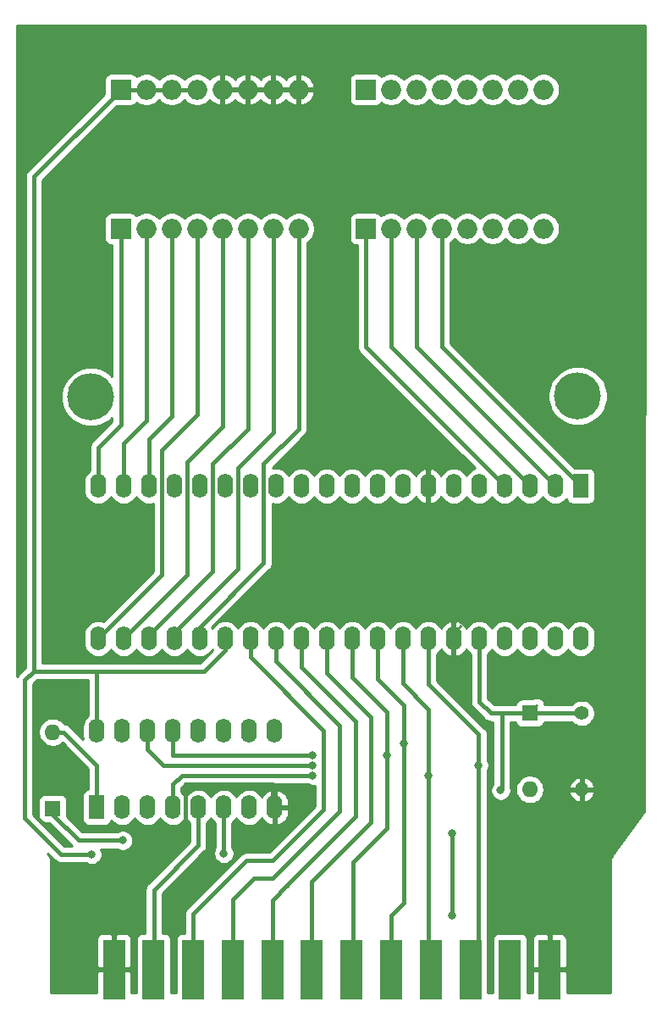
<source format=gbr>
G04 #@! TF.GenerationSoftware,KiCad,Pcbnew,5.1.5-52549c5~84~ubuntu19.10.1*
G04 #@! TF.CreationDate,2019-12-01T21:11:49+01:00*
G04 #@! TF.ProjectId,userport_expander,75736572-706f-4727-945f-657870616e64,rev?*
G04 #@! TF.SameCoordinates,Original*
G04 #@! TF.FileFunction,Copper,L2,Bot*
G04 #@! TF.FilePolarity,Positive*
%FSLAX46Y46*%
G04 Gerber Fmt 4.6, Leading zero omitted, Abs format (unit mm)*
G04 Created by KiCad (PCBNEW 5.1.5-52549c5~84~ubuntu19.10.1) date 2019-12-01 21:11:49*
%MOMM*%
%LPD*%
G04 APERTURE LIST*
%ADD10C,4.700000*%
%ADD11R,1.600000X1.600000*%
%ADD12O,1.600000X1.600000*%
%ADD13R,2.200000X6.000000*%
%ADD14O,1.998980X1.998980*%
%ADD15R,1.998980X1.998980*%
%ADD16C,1.400000*%
%ADD17O,1.400000X1.400000*%
%ADD18O,1.600000X2.400000*%
%ADD19R,1.600000X2.400000*%
%ADD20C,0.800000*%
%ADD21C,0.250000*%
%ADD22C,0.450000*%
%ADD23C,0.254000*%
G04 APERTURE END LIST*
D10*
X146500000Y-90700000D03*
X97800000Y-90800000D03*
D11*
X94000000Y-131900000D03*
D12*
X94000000Y-124280000D03*
X141700000Y-130020000D03*
D11*
X141700000Y-122400000D03*
D13*
X100120000Y-148000000D03*
X104080000Y-148000000D03*
X108040000Y-148000000D03*
X112000000Y-148000000D03*
X115960000Y-148000000D03*
X119920000Y-148000000D03*
X123880000Y-148000000D03*
X127840000Y-148000000D03*
X131800000Y-148000000D03*
X135760000Y-148000000D03*
X139720000Y-148000000D03*
X143680000Y-148000000D03*
D14*
X132920000Y-74000000D03*
D15*
X125300000Y-74000000D03*
D14*
X127840000Y-74000000D03*
X130380000Y-74000000D03*
X135460000Y-74000000D03*
X138000000Y-74000000D03*
X140540000Y-74000000D03*
X143080000Y-74000000D03*
X118580000Y-74000000D03*
X116040000Y-74000000D03*
X113500000Y-74000000D03*
X110960000Y-74000000D03*
X105880000Y-74000000D03*
X103340000Y-74000000D03*
D15*
X100800000Y-74000000D03*
D14*
X108420000Y-74000000D03*
X132920000Y-60100000D03*
D15*
X125300000Y-60100000D03*
D14*
X127840000Y-60100000D03*
X130380000Y-60100000D03*
X135460000Y-60100000D03*
X138000000Y-60100000D03*
X140540000Y-60100000D03*
X143080000Y-60100000D03*
X118580000Y-60100000D03*
X116040000Y-60100000D03*
X113500000Y-60100000D03*
X110960000Y-60100000D03*
X105880000Y-60100000D03*
X103340000Y-60100000D03*
D15*
X100800000Y-60100000D03*
D14*
X108420000Y-60100000D03*
D16*
X146900000Y-122400000D03*
D17*
X146900000Y-130020000D03*
D18*
X98400000Y-124180000D03*
X116180000Y-131800000D03*
X100940000Y-124180000D03*
X113640000Y-131800000D03*
X103480000Y-124180000D03*
X111100000Y-131800000D03*
X106020000Y-124180000D03*
X108560000Y-131800000D03*
X108560000Y-124180000D03*
X106020000Y-131800000D03*
X111100000Y-124180000D03*
X103480000Y-131800000D03*
X113640000Y-124180000D03*
X100940000Y-131800000D03*
X116180000Y-124180000D03*
D19*
X98400000Y-131800000D03*
D18*
X146800000Y-114940000D03*
X98540000Y-99700000D03*
X144260000Y-114940000D03*
X101080000Y-99700000D03*
X141720000Y-114940000D03*
X103620000Y-99700000D03*
X139180000Y-114940000D03*
X106160000Y-99700000D03*
X136640000Y-114940000D03*
X108700000Y-99700000D03*
X134100000Y-114940000D03*
X111240000Y-99700000D03*
X131560000Y-114940000D03*
X113780000Y-99700000D03*
X129020000Y-114940000D03*
X116320000Y-99700000D03*
X126480000Y-114940000D03*
X118860000Y-99700000D03*
X123940000Y-114940000D03*
X121400000Y-99700000D03*
X121400000Y-114940000D03*
X123940000Y-99700000D03*
X118860000Y-114940000D03*
X126480000Y-99700000D03*
X116320000Y-114940000D03*
X129020000Y-99700000D03*
X113780000Y-114940000D03*
X131560000Y-99700000D03*
X111240000Y-114940000D03*
X134100000Y-99700000D03*
X108700000Y-114940000D03*
X136640000Y-99700000D03*
X106160000Y-114940000D03*
X139180000Y-99700000D03*
X103620000Y-114940000D03*
X141720000Y-99700000D03*
X101080000Y-114940000D03*
X144260000Y-99700000D03*
X98540000Y-114940000D03*
D19*
X146800000Y-99700000D03*
D20*
X101000000Y-135100000D03*
X138800000Y-130100000D03*
X133900000Y-142600000D03*
X133900000Y-134400000D03*
X111100000Y-136400000D03*
X97900000Y-136500000D03*
X136600000Y-127600000D03*
X120000000Y-127600000D03*
X131600000Y-128600000D03*
X120000000Y-128600000D03*
X129100000Y-125400000D03*
X127400000Y-126600000D03*
X120000000Y-126600000D03*
D21*
X141800000Y-122200000D02*
X142440000Y-121560000D01*
D22*
X136640000Y-114940000D02*
X136640000Y-121240000D01*
X136640000Y-121240000D02*
X137800000Y-122400000D01*
X94000000Y-131900000D02*
X94000000Y-132500000D01*
X94000000Y-132500000D02*
X96600000Y-135100000D01*
X96600000Y-135100000D02*
X101000000Y-135100000D01*
X138900000Y-130000000D02*
X138900000Y-122400000D01*
X138800000Y-130100000D02*
X138900000Y-130000000D01*
X137800000Y-122400000D02*
X138900000Y-122400000D01*
X138900000Y-122400000D02*
X146900000Y-122400000D01*
X98400000Y-130640000D02*
X98400000Y-131800000D01*
X94000000Y-124280000D02*
X95080000Y-124280000D01*
X98400000Y-127600000D02*
X98400000Y-131800000D01*
X95080000Y-124280000D02*
X98400000Y-127600000D01*
X133900000Y-142600000D02*
X133900000Y-134400000D01*
D21*
X134400000Y-114100000D02*
X134820000Y-113680000D01*
D22*
X143680000Y-148000000D02*
X143680000Y-137620000D01*
X146900000Y-134400000D02*
X146900000Y-130020000D01*
X143680000Y-137620000D02*
X146900000Y-134400000D01*
X100120000Y-148000000D02*
X100120000Y-138880000D01*
X100120000Y-138880000D02*
X101600000Y-137400000D01*
X101600000Y-137400000D02*
X102700000Y-137400000D01*
X102700000Y-137400000D02*
X102900000Y-137200000D01*
X102900000Y-137200000D02*
X102900000Y-134500000D01*
X102900000Y-134500000D02*
X107300000Y-134500000D01*
X107300000Y-134500000D02*
X107300000Y-129500000D01*
X107300000Y-129500000D02*
X116000000Y-129500000D01*
X116000000Y-131620000D02*
X116180000Y-131800000D01*
X116000000Y-129500000D02*
X116000000Y-131620000D01*
X110960000Y-60100000D02*
X113500000Y-60100000D01*
X113500000Y-60100000D02*
X116040000Y-60100000D01*
X116040000Y-60100000D02*
X118580000Y-60100000D01*
X98400000Y-124180000D02*
X98400000Y-118200000D01*
X98400000Y-118200000D02*
X93500000Y-118200000D01*
X111300000Y-115000000D02*
X111240000Y-114940000D01*
X100800000Y-60100000D02*
X103340000Y-60100000D01*
X103340000Y-60100000D02*
X105880000Y-60100000D01*
X105880000Y-60100000D02*
X108420000Y-60100000D01*
X111240000Y-116060000D02*
X111240000Y-114940000D01*
X98400000Y-118200000D02*
X109100000Y-118200000D01*
X109100000Y-118200000D02*
X111240000Y-116060000D01*
X92100000Y-68800000D02*
X100800000Y-60100000D01*
X93500000Y-118200000D02*
X92100000Y-118200000D01*
X92100000Y-118200000D02*
X92100000Y-68800000D01*
X111100000Y-136400000D02*
X111100000Y-131800000D01*
X97900000Y-136500000D02*
X94800000Y-136500000D01*
X94800000Y-136500000D02*
X91200000Y-132900000D01*
X91200000Y-132900000D02*
X91200000Y-119100000D01*
X91200000Y-119100000D02*
X92100000Y-118200000D01*
X131560000Y-114940000D02*
X131560000Y-119460000D01*
X131560000Y-119460000D02*
X136600000Y-124500000D01*
X136600000Y-147160000D02*
X135760000Y-148000000D01*
X136600000Y-124500000D02*
X136600000Y-147160000D01*
X103480000Y-125980000D02*
X103480000Y-124180000D01*
X105100000Y-127600000D02*
X103480000Y-125980000D01*
X120000000Y-127600000D02*
X105100000Y-127600000D01*
X129020000Y-114940000D02*
X129020000Y-119420000D01*
X129020000Y-119420000D02*
X131600000Y-122000000D01*
X131600000Y-147800000D02*
X131800000Y-148000000D01*
X131600000Y-122000000D02*
X131600000Y-147800000D01*
X106020000Y-129480000D02*
X106020000Y-131800000D01*
X106900000Y-128600000D02*
X106020000Y-129480000D01*
X120000000Y-128600000D02*
X106900000Y-128600000D01*
X127840000Y-142560000D02*
X127840000Y-148000000D01*
X129100000Y-141300000D02*
X127840000Y-142560000D01*
X126480000Y-114940000D02*
X126480000Y-118980000D01*
X129100000Y-121600000D02*
X129100000Y-141300000D01*
X126480000Y-118980000D02*
X129100000Y-121600000D01*
X127400000Y-133860000D02*
X124000000Y-137260000D01*
X124000000Y-147880000D02*
X123880000Y-148000000D01*
X124000000Y-137260000D02*
X124000000Y-147880000D01*
X127400000Y-126600000D02*
X127400000Y-133860000D01*
X127400000Y-122300000D02*
X123940000Y-118840000D01*
X127400000Y-126600000D02*
X127400000Y-122300000D01*
X123940000Y-118840000D02*
X123940000Y-114940000D01*
X106020000Y-126620000D02*
X106020000Y-124180000D01*
X106040000Y-126600000D02*
X106020000Y-126620000D01*
X120000000Y-126600000D02*
X106040000Y-126600000D01*
X125800000Y-133300000D02*
X119920000Y-139180000D01*
X119920000Y-139180000D02*
X119920000Y-148000000D01*
X125800000Y-122800000D02*
X125800000Y-133300000D01*
X121400000Y-114940000D02*
X121400000Y-118400000D01*
X121400000Y-118400000D02*
X125800000Y-122800000D01*
X115960000Y-141040000D02*
X115960000Y-148000000D01*
X117450000Y-139550000D02*
X115960000Y-141040000D01*
X117400000Y-139600000D02*
X117450000Y-139550000D01*
X124300000Y-123200000D02*
X124300000Y-132700000D01*
X124300000Y-132700000D02*
X117450000Y-139550000D01*
X118860000Y-114940000D02*
X118860000Y-117760000D01*
X118860000Y-117760000D02*
X124300000Y-123200000D01*
X112000000Y-141000000D02*
X112000000Y-148000000D01*
X114100000Y-138900000D02*
X112000000Y-141000000D01*
X116320000Y-117220000D02*
X122700000Y-123600000D01*
X122700000Y-123600000D02*
X122700000Y-132200000D01*
X116320000Y-114940000D02*
X116320000Y-117220000D01*
X122700000Y-132200000D02*
X116000000Y-138900000D01*
X116000000Y-138900000D02*
X114100000Y-138900000D01*
X108040000Y-142460000D02*
X108040000Y-148000000D01*
X113780000Y-116780000D02*
X121100000Y-124100000D01*
X113400000Y-137100000D02*
X108040000Y-142460000D01*
X113780000Y-114940000D02*
X113780000Y-116780000D01*
X121100000Y-124100000D02*
X121100000Y-132000000D01*
X121100000Y-132000000D02*
X116000000Y-137100000D01*
X116000000Y-137100000D02*
X113400000Y-137100000D01*
X108560000Y-131800000D02*
X108560000Y-135560000D01*
X108560000Y-135560000D02*
X104100000Y-140020000D01*
X104100000Y-147980000D02*
X104080000Y-148000000D01*
X104100000Y-140020000D02*
X104100000Y-147980000D01*
X132920000Y-85820000D02*
X146800000Y-99700000D01*
X132920000Y-74000000D02*
X132920000Y-85820000D01*
X125300000Y-85820000D02*
X139180000Y-99700000D01*
X125300000Y-74000000D02*
X125300000Y-85820000D01*
X127840000Y-85820000D02*
X141720000Y-99700000D01*
X127840000Y-74000000D02*
X127840000Y-85820000D01*
X130380000Y-85820000D02*
X144260000Y-99700000D01*
X130380000Y-74000000D02*
X130380000Y-85820000D01*
X118580000Y-74000000D02*
X118580000Y-94020000D01*
X118580000Y-94020000D02*
X115094990Y-97505010D01*
X115094990Y-97505010D02*
X115094990Y-107405010D01*
X108700000Y-113800000D02*
X108700000Y-114940000D01*
X115094990Y-107405010D02*
X108700000Y-113800000D01*
X116040000Y-94360000D02*
X112500000Y-97900000D01*
X112500000Y-97900000D02*
X112500000Y-108000000D01*
X116040000Y-74000000D02*
X116040000Y-94360000D01*
X112500000Y-108000000D02*
X106160000Y-114340000D01*
X106160000Y-114340000D02*
X106160000Y-114940000D01*
X113500000Y-94000000D02*
X110000000Y-97500000D01*
X113500000Y-74000000D02*
X113500000Y-94000000D01*
X110000000Y-97500000D02*
X110000000Y-108200000D01*
X110000000Y-108200000D02*
X103620000Y-114580000D01*
X103620000Y-114580000D02*
X103620000Y-114940000D01*
X110960000Y-93740000D02*
X107400000Y-97300000D01*
X110960000Y-74000000D02*
X110960000Y-93740000D01*
X107400000Y-97300000D02*
X107400000Y-108600000D01*
X107400000Y-108600000D02*
X101080000Y-114920000D01*
X101080000Y-114920000D02*
X101080000Y-114940000D01*
X105880000Y-92720000D02*
X103620000Y-94980000D01*
X105880000Y-74000000D02*
X105880000Y-92720000D01*
X103620000Y-94980000D02*
X103620000Y-99700000D01*
X103340000Y-93160000D02*
X101080000Y-95420000D01*
X103340000Y-74000000D02*
X103340000Y-93160000D01*
X101080000Y-95420000D02*
X101080000Y-99700000D01*
X100800000Y-74000000D02*
X100800000Y-93600000D01*
X98540000Y-95860000D02*
X98540000Y-99700000D01*
X100800000Y-93600000D02*
X98540000Y-95860000D01*
X108420000Y-92580000D02*
X104900000Y-96100000D01*
X104900000Y-108580000D02*
X98540000Y-114940000D01*
X108420000Y-74000000D02*
X108420000Y-92580000D01*
X104900000Y-96100000D02*
X104900000Y-108580000D01*
D23*
G36*
X153173051Y-132159505D02*
G01*
X151824859Y-134062836D01*
X149977835Y-136595897D01*
X149948575Y-136631551D01*
X149924309Y-136676949D01*
X149898203Y-136721316D01*
X149893714Y-136734189D01*
X149887290Y-136746208D01*
X149872347Y-136795467D01*
X149855964Y-136842453D01*
X149796365Y-136926592D01*
X149784035Y-136948221D01*
X149776162Y-136971839D01*
X149773000Y-137000000D01*
X149773000Y-150273000D01*
X145417249Y-150273000D01*
X145415000Y-148285750D01*
X145256250Y-148127000D01*
X143807000Y-148127000D01*
X143807000Y-148147000D01*
X143553000Y-148147000D01*
X143553000Y-148127000D01*
X142103750Y-148127000D01*
X141945000Y-148285750D01*
X141942751Y-150273000D01*
X141458072Y-150273000D01*
X141458072Y-145000000D01*
X141941928Y-145000000D01*
X141945000Y-147714250D01*
X142103750Y-147873000D01*
X143553000Y-147873000D01*
X143553000Y-144523750D01*
X143807000Y-144523750D01*
X143807000Y-147873000D01*
X145256250Y-147873000D01*
X145415000Y-147714250D01*
X145418072Y-145000000D01*
X145405812Y-144875518D01*
X145369502Y-144755820D01*
X145310537Y-144645506D01*
X145231185Y-144548815D01*
X145134494Y-144469463D01*
X145024180Y-144410498D01*
X144904482Y-144374188D01*
X144780000Y-144361928D01*
X143965750Y-144365000D01*
X143807000Y-144523750D01*
X143553000Y-144523750D01*
X143394250Y-144365000D01*
X142580000Y-144361928D01*
X142455518Y-144374188D01*
X142335820Y-144410498D01*
X142225506Y-144469463D01*
X142128815Y-144548815D01*
X142049463Y-144645506D01*
X141990498Y-144755820D01*
X141954188Y-144875518D01*
X141941928Y-145000000D01*
X141458072Y-145000000D01*
X141445812Y-144875518D01*
X141409502Y-144755820D01*
X141350537Y-144645506D01*
X141271185Y-144548815D01*
X141174494Y-144469463D01*
X141064180Y-144410498D01*
X140944482Y-144374188D01*
X140820000Y-144361928D01*
X138620000Y-144361928D01*
X138495518Y-144374188D01*
X138375820Y-144410498D01*
X138265506Y-144469463D01*
X138168815Y-144548815D01*
X138089463Y-144645506D01*
X138030498Y-144755820D01*
X137994188Y-144875518D01*
X137981928Y-145000000D01*
X137981928Y-150273000D01*
X137498072Y-150273000D01*
X137498072Y-145000000D01*
X137485812Y-144875518D01*
X137460000Y-144790427D01*
X137460000Y-128175870D01*
X137517205Y-128090256D01*
X137595226Y-127901898D01*
X137635000Y-127701939D01*
X137635000Y-127498061D01*
X137595226Y-127298102D01*
X137517205Y-127109744D01*
X137460000Y-127024130D01*
X137460000Y-124542238D01*
X137464160Y-124499999D01*
X137460000Y-124457760D01*
X137460000Y-124457754D01*
X137447556Y-124331411D01*
X137447556Y-124331409D01*
X137419216Y-124237984D01*
X137398381Y-124169300D01*
X137318524Y-124019898D01*
X137211054Y-123888946D01*
X137178242Y-123862018D01*
X132420000Y-119103777D01*
X132420000Y-116490594D01*
X132579607Y-116359608D01*
X132758932Y-116141101D01*
X132827265Y-116013259D01*
X132977399Y-116242839D01*
X133175105Y-116444500D01*
X133408354Y-116603715D01*
X133668182Y-116714367D01*
X133750961Y-116731904D01*
X133973000Y-116609915D01*
X133973000Y-115067000D01*
X133953000Y-115067000D01*
X133953000Y-114813000D01*
X133973000Y-114813000D01*
X133973000Y-113270085D01*
X134227000Y-113270085D01*
X134227000Y-114813000D01*
X134247000Y-114813000D01*
X134247000Y-115067000D01*
X134227000Y-115067000D01*
X134227000Y-116609915D01*
X134449039Y-116731904D01*
X134531818Y-116714367D01*
X134791646Y-116603715D01*
X135024895Y-116444500D01*
X135222601Y-116242839D01*
X135372735Y-116013258D01*
X135441068Y-116141100D01*
X135620392Y-116359607D01*
X135780000Y-116490595D01*
X135780001Y-121197751D01*
X135775840Y-121240000D01*
X135792444Y-121408589D01*
X135836082Y-121552444D01*
X135841620Y-121570700D01*
X135921477Y-121720102D01*
X136028947Y-121851054D01*
X136061760Y-121877983D01*
X137162016Y-122978240D01*
X137188946Y-123011054D01*
X137319898Y-123118524D01*
X137405277Y-123164160D01*
X137469299Y-123198381D01*
X137631410Y-123247556D01*
X137800000Y-123264161D01*
X137842246Y-123260000D01*
X138040001Y-123260000D01*
X138040000Y-129396289D01*
X137996063Y-129440226D01*
X137882795Y-129609744D01*
X137804774Y-129798102D01*
X137765000Y-129998061D01*
X137765000Y-130201939D01*
X137804774Y-130401898D01*
X137882795Y-130590256D01*
X137996063Y-130759774D01*
X138140226Y-130903937D01*
X138309744Y-131017205D01*
X138498102Y-131095226D01*
X138698061Y-131135000D01*
X138901939Y-131135000D01*
X139101898Y-131095226D01*
X139290256Y-131017205D01*
X139459774Y-130903937D01*
X139603937Y-130759774D01*
X139717205Y-130590256D01*
X139795226Y-130401898D01*
X139835000Y-130201939D01*
X139835000Y-129998061D01*
X139811251Y-129878665D01*
X140265000Y-129878665D01*
X140265000Y-130161335D01*
X140320147Y-130438574D01*
X140428320Y-130699727D01*
X140585363Y-130934759D01*
X140785241Y-131134637D01*
X141020273Y-131291680D01*
X141281426Y-131399853D01*
X141558665Y-131455000D01*
X141841335Y-131455000D01*
X142118574Y-131399853D01*
X142379727Y-131291680D01*
X142614759Y-131134637D01*
X142814637Y-130934759D01*
X142971680Y-130699727D01*
X143079853Y-130438574D01*
X143096809Y-130353330D01*
X145607278Y-130353330D01*
X145697147Y-130599123D01*
X145833241Y-130822660D01*
X146010330Y-131015351D01*
X146221608Y-131169792D01*
X146458956Y-131280047D01*
X146566671Y-131312716D01*
X146773000Y-131189374D01*
X146773000Y-130147000D01*
X147027000Y-130147000D01*
X147027000Y-131189374D01*
X147233329Y-131312716D01*
X147341044Y-131280047D01*
X147578392Y-131169792D01*
X147789670Y-131015351D01*
X147966759Y-130822660D01*
X148102853Y-130599123D01*
X148192722Y-130353330D01*
X148070201Y-130147000D01*
X147027000Y-130147000D01*
X146773000Y-130147000D01*
X145729799Y-130147000D01*
X145607278Y-130353330D01*
X143096809Y-130353330D01*
X143135000Y-130161335D01*
X143135000Y-129878665D01*
X143096810Y-129686670D01*
X145607278Y-129686670D01*
X145729799Y-129893000D01*
X146773000Y-129893000D01*
X146773000Y-128850626D01*
X147027000Y-128850626D01*
X147027000Y-129893000D01*
X148070201Y-129893000D01*
X148192722Y-129686670D01*
X148102853Y-129440877D01*
X147966759Y-129217340D01*
X147789670Y-129024649D01*
X147578392Y-128870208D01*
X147341044Y-128759953D01*
X147233329Y-128727284D01*
X147027000Y-128850626D01*
X146773000Y-128850626D01*
X146566671Y-128727284D01*
X146458956Y-128759953D01*
X146221608Y-128870208D01*
X146010330Y-129024649D01*
X145833241Y-129217340D01*
X145697147Y-129440877D01*
X145607278Y-129686670D01*
X143096810Y-129686670D01*
X143079853Y-129601426D01*
X142971680Y-129340273D01*
X142814637Y-129105241D01*
X142614759Y-128905363D01*
X142379727Y-128748320D01*
X142118574Y-128640147D01*
X141841335Y-128585000D01*
X141558665Y-128585000D01*
X141281426Y-128640147D01*
X141020273Y-128748320D01*
X140785241Y-128905363D01*
X140585363Y-129105241D01*
X140428320Y-129340273D01*
X140320147Y-129601426D01*
X140265000Y-129878665D01*
X139811251Y-129878665D01*
X139795226Y-129798102D01*
X139760000Y-129713060D01*
X139760000Y-123260000D01*
X140267837Y-123260000D01*
X140274188Y-123324482D01*
X140310498Y-123444180D01*
X140369463Y-123554494D01*
X140448815Y-123651185D01*
X140545506Y-123730537D01*
X140655820Y-123789502D01*
X140775518Y-123825812D01*
X140900000Y-123838072D01*
X142500000Y-123838072D01*
X142624482Y-123825812D01*
X142744180Y-123789502D01*
X142854494Y-123730537D01*
X142951185Y-123651185D01*
X143030537Y-123554494D01*
X143089502Y-123444180D01*
X143125812Y-123324482D01*
X143132163Y-123260000D01*
X145872025Y-123260000D01*
X146048987Y-123436962D01*
X146267641Y-123583061D01*
X146510595Y-123683696D01*
X146768514Y-123735000D01*
X147031486Y-123735000D01*
X147289405Y-123683696D01*
X147532359Y-123583061D01*
X147751013Y-123436962D01*
X147936962Y-123251013D01*
X148083061Y-123032359D01*
X148183696Y-122789405D01*
X148235000Y-122531486D01*
X148235000Y-122268514D01*
X148183696Y-122010595D01*
X148083061Y-121767641D01*
X147936962Y-121548987D01*
X147751013Y-121363038D01*
X147532359Y-121216939D01*
X147289405Y-121116304D01*
X147031486Y-121065000D01*
X146768514Y-121065000D01*
X146510595Y-121116304D01*
X146267641Y-121216939D01*
X146048987Y-121363038D01*
X145872025Y-121540000D01*
X143201706Y-121540000D01*
X143189003Y-121411014D01*
X143145546Y-121267754D01*
X143074974Y-121135724D01*
X142980001Y-121019999D01*
X142864276Y-120925026D01*
X142732246Y-120854454D01*
X142588986Y-120810997D01*
X142440000Y-120796324D01*
X142291014Y-120810997D01*
X142147753Y-120854454D01*
X142015724Y-120925026D01*
X141970759Y-120961928D01*
X140900000Y-120961928D01*
X140775518Y-120974188D01*
X140655820Y-121010498D01*
X140545506Y-121069463D01*
X140448815Y-121148815D01*
X140369463Y-121245506D01*
X140310498Y-121355820D01*
X140274188Y-121475518D01*
X140267837Y-121540000D01*
X138942246Y-121540000D01*
X138900000Y-121535839D01*
X138857754Y-121540000D01*
X138156224Y-121540000D01*
X137500000Y-120883777D01*
X137500000Y-116490594D01*
X137659607Y-116359608D01*
X137838932Y-116141101D01*
X137910000Y-116008142D01*
X137981068Y-116141100D01*
X138160392Y-116359607D01*
X138378899Y-116538932D01*
X138628192Y-116672182D01*
X138898691Y-116754236D01*
X139180000Y-116781943D01*
X139461308Y-116754236D01*
X139731807Y-116672182D01*
X139981100Y-116538932D01*
X140199607Y-116359608D01*
X140378932Y-116141101D01*
X140450000Y-116008142D01*
X140521068Y-116141100D01*
X140700392Y-116359607D01*
X140918899Y-116538932D01*
X141168192Y-116672182D01*
X141438691Y-116754236D01*
X141720000Y-116781943D01*
X142001308Y-116754236D01*
X142271807Y-116672182D01*
X142521100Y-116538932D01*
X142739607Y-116359608D01*
X142918932Y-116141101D01*
X142990000Y-116008142D01*
X143061068Y-116141100D01*
X143240392Y-116359607D01*
X143458899Y-116538932D01*
X143708192Y-116672182D01*
X143978691Y-116754236D01*
X144260000Y-116781943D01*
X144541308Y-116754236D01*
X144811807Y-116672182D01*
X145061100Y-116538932D01*
X145279607Y-116359608D01*
X145458932Y-116141101D01*
X145530000Y-116008142D01*
X145601068Y-116141100D01*
X145780392Y-116359607D01*
X145998899Y-116538932D01*
X146248192Y-116672182D01*
X146518691Y-116754236D01*
X146800000Y-116781943D01*
X147081308Y-116754236D01*
X147351807Y-116672182D01*
X147601100Y-116538932D01*
X147819607Y-116359608D01*
X147998932Y-116141101D01*
X148132182Y-115891808D01*
X148214236Y-115621309D01*
X148235000Y-115410492D01*
X148235000Y-114469509D01*
X148214236Y-114258691D01*
X148132182Y-113988192D01*
X147998932Y-113738899D01*
X147819608Y-113520392D01*
X147601101Y-113341068D01*
X147351808Y-113207818D01*
X147081309Y-113125764D01*
X146800000Y-113098057D01*
X146518692Y-113125764D01*
X146248193Y-113207818D01*
X145998900Y-113341068D01*
X145780393Y-113520392D01*
X145601068Y-113738899D01*
X145530000Y-113871858D01*
X145458932Y-113738899D01*
X145279608Y-113520392D01*
X145061101Y-113341068D01*
X144811808Y-113207818D01*
X144541309Y-113125764D01*
X144260000Y-113098057D01*
X143978692Y-113125764D01*
X143708193Y-113207818D01*
X143458900Y-113341068D01*
X143240393Y-113520392D01*
X143061068Y-113738899D01*
X142990000Y-113871858D01*
X142918932Y-113738899D01*
X142739608Y-113520392D01*
X142521101Y-113341068D01*
X142271808Y-113207818D01*
X142001309Y-113125764D01*
X141720000Y-113098057D01*
X141438692Y-113125764D01*
X141168193Y-113207818D01*
X140918900Y-113341068D01*
X140700393Y-113520392D01*
X140521068Y-113738899D01*
X140450000Y-113871858D01*
X140378932Y-113738899D01*
X140199608Y-113520392D01*
X139981101Y-113341068D01*
X139731808Y-113207818D01*
X139461309Y-113125764D01*
X139180000Y-113098057D01*
X138898692Y-113125764D01*
X138628193Y-113207818D01*
X138378900Y-113341068D01*
X138160393Y-113520392D01*
X137981068Y-113738899D01*
X137910000Y-113871858D01*
X137838932Y-113738899D01*
X137659608Y-113520392D01*
X137441101Y-113341068D01*
X137191808Y-113207818D01*
X136921309Y-113125764D01*
X136640000Y-113098057D01*
X136358692Y-113125764D01*
X136088193Y-113207818D01*
X135838900Y-113341068D01*
X135620393Y-113520392D01*
X135441068Y-113738899D01*
X135372735Y-113866741D01*
X135222601Y-113637161D01*
X135024895Y-113435500D01*
X134791646Y-113276285D01*
X134531818Y-113165633D01*
X134449039Y-113148096D01*
X134227000Y-113270085D01*
X133973000Y-113270085D01*
X133750961Y-113148096D01*
X133668182Y-113165633D01*
X133408354Y-113276285D01*
X133175105Y-113435500D01*
X132977399Y-113637161D01*
X132827265Y-113866741D01*
X132758932Y-113738899D01*
X132579608Y-113520392D01*
X132361101Y-113341068D01*
X132111808Y-113207818D01*
X131841309Y-113125764D01*
X131560000Y-113098057D01*
X131278692Y-113125764D01*
X131008193Y-113207818D01*
X130758900Y-113341068D01*
X130540393Y-113520392D01*
X130361068Y-113738899D01*
X130290000Y-113871858D01*
X130218932Y-113738899D01*
X130039608Y-113520392D01*
X129821101Y-113341068D01*
X129571808Y-113207818D01*
X129301309Y-113125764D01*
X129020000Y-113098057D01*
X128738692Y-113125764D01*
X128468193Y-113207818D01*
X128218900Y-113341068D01*
X128000393Y-113520392D01*
X127821068Y-113738899D01*
X127750000Y-113871858D01*
X127678932Y-113738899D01*
X127499608Y-113520392D01*
X127281101Y-113341068D01*
X127031808Y-113207818D01*
X126761309Y-113125764D01*
X126480000Y-113098057D01*
X126198692Y-113125764D01*
X125928193Y-113207818D01*
X125678900Y-113341068D01*
X125460393Y-113520392D01*
X125281068Y-113738899D01*
X125210000Y-113871858D01*
X125138932Y-113738899D01*
X124959608Y-113520392D01*
X124741101Y-113341068D01*
X124491808Y-113207818D01*
X124221309Y-113125764D01*
X123940000Y-113098057D01*
X123658692Y-113125764D01*
X123388193Y-113207818D01*
X123138900Y-113341068D01*
X122920393Y-113520392D01*
X122741068Y-113738899D01*
X122670000Y-113871858D01*
X122598932Y-113738899D01*
X122419608Y-113520392D01*
X122201101Y-113341068D01*
X121951808Y-113207818D01*
X121681309Y-113125764D01*
X121400000Y-113098057D01*
X121118692Y-113125764D01*
X120848193Y-113207818D01*
X120598900Y-113341068D01*
X120380393Y-113520392D01*
X120201068Y-113738899D01*
X120130000Y-113871858D01*
X120058932Y-113738899D01*
X119879608Y-113520392D01*
X119661101Y-113341068D01*
X119411808Y-113207818D01*
X119141309Y-113125764D01*
X118860000Y-113098057D01*
X118578692Y-113125764D01*
X118308193Y-113207818D01*
X118058900Y-113341068D01*
X117840393Y-113520392D01*
X117661068Y-113738899D01*
X117590000Y-113871858D01*
X117518932Y-113738899D01*
X117339608Y-113520392D01*
X117121101Y-113341068D01*
X116871808Y-113207818D01*
X116601309Y-113125764D01*
X116320000Y-113098057D01*
X116038692Y-113125764D01*
X115768193Y-113207818D01*
X115518900Y-113341068D01*
X115300393Y-113520392D01*
X115121068Y-113738899D01*
X115050000Y-113871858D01*
X114978932Y-113738899D01*
X114799608Y-113520392D01*
X114581101Y-113341068D01*
X114331808Y-113207818D01*
X114061309Y-113125764D01*
X113780000Y-113098057D01*
X113498692Y-113125764D01*
X113228193Y-113207818D01*
X112978900Y-113341068D01*
X112760393Y-113520392D01*
X112581068Y-113738899D01*
X112510000Y-113871858D01*
X112438932Y-113738899D01*
X112259608Y-113520392D01*
X112041101Y-113341068D01*
X111791808Y-113207818D01*
X111521309Y-113125764D01*
X111240000Y-113098057D01*
X110958692Y-113125764D01*
X110688193Y-113207818D01*
X110438900Y-113341068D01*
X110220393Y-113520392D01*
X110041068Y-113738899D01*
X109970000Y-113871858D01*
X109926238Y-113789985D01*
X115673231Y-108042993D01*
X115706044Y-108016064D01*
X115813514Y-107885112D01*
X115868832Y-107781620D01*
X115893371Y-107735711D01*
X115942546Y-107573600D01*
X115959151Y-107405010D01*
X115954990Y-107362764D01*
X115954990Y-101488846D01*
X116038691Y-101514236D01*
X116320000Y-101541943D01*
X116601308Y-101514236D01*
X116871807Y-101432182D01*
X117121100Y-101298932D01*
X117339607Y-101119608D01*
X117518932Y-100901101D01*
X117590000Y-100768142D01*
X117661068Y-100901100D01*
X117840392Y-101119607D01*
X118058899Y-101298932D01*
X118308192Y-101432182D01*
X118578691Y-101514236D01*
X118860000Y-101541943D01*
X119141308Y-101514236D01*
X119411807Y-101432182D01*
X119661100Y-101298932D01*
X119879607Y-101119608D01*
X120058932Y-100901101D01*
X120130000Y-100768142D01*
X120201068Y-100901100D01*
X120380392Y-101119607D01*
X120598899Y-101298932D01*
X120848192Y-101432182D01*
X121118691Y-101514236D01*
X121400000Y-101541943D01*
X121681308Y-101514236D01*
X121951807Y-101432182D01*
X122201100Y-101298932D01*
X122419607Y-101119608D01*
X122598932Y-100901101D01*
X122670000Y-100768142D01*
X122741068Y-100901100D01*
X122920392Y-101119607D01*
X123138899Y-101298932D01*
X123388192Y-101432182D01*
X123658691Y-101514236D01*
X123940000Y-101541943D01*
X124221308Y-101514236D01*
X124491807Y-101432182D01*
X124741100Y-101298932D01*
X124959607Y-101119608D01*
X125138932Y-100901101D01*
X125210000Y-100768142D01*
X125281068Y-100901100D01*
X125460392Y-101119607D01*
X125678899Y-101298932D01*
X125928192Y-101432182D01*
X126198691Y-101514236D01*
X126480000Y-101541943D01*
X126761308Y-101514236D01*
X127031807Y-101432182D01*
X127281100Y-101298932D01*
X127499607Y-101119608D01*
X127678932Y-100901101D01*
X127750000Y-100768142D01*
X127821068Y-100901100D01*
X128000392Y-101119607D01*
X128218899Y-101298932D01*
X128468192Y-101432182D01*
X128738691Y-101514236D01*
X129020000Y-101541943D01*
X129301308Y-101514236D01*
X129571807Y-101432182D01*
X129821100Y-101298932D01*
X130039607Y-101119608D01*
X130218932Y-100901101D01*
X130287265Y-100773259D01*
X130437399Y-101002839D01*
X130635105Y-101204500D01*
X130868354Y-101363715D01*
X131128182Y-101474367D01*
X131210961Y-101491904D01*
X131433000Y-101369915D01*
X131433000Y-99827000D01*
X131413000Y-99827000D01*
X131413000Y-99573000D01*
X131433000Y-99573000D01*
X131433000Y-98030085D01*
X131210961Y-97908096D01*
X131128182Y-97925633D01*
X130868354Y-98036285D01*
X130635105Y-98195500D01*
X130437399Y-98397161D01*
X130287265Y-98626741D01*
X130218932Y-98498899D01*
X130039608Y-98280392D01*
X129821101Y-98101068D01*
X129571808Y-97967818D01*
X129301309Y-97885764D01*
X129020000Y-97858057D01*
X128738692Y-97885764D01*
X128468193Y-97967818D01*
X128218900Y-98101068D01*
X128000393Y-98280392D01*
X127821068Y-98498899D01*
X127750000Y-98631858D01*
X127678932Y-98498899D01*
X127499608Y-98280392D01*
X127281101Y-98101068D01*
X127031808Y-97967818D01*
X126761309Y-97885764D01*
X126480000Y-97858057D01*
X126198692Y-97885764D01*
X125928193Y-97967818D01*
X125678900Y-98101068D01*
X125460393Y-98280392D01*
X125281068Y-98498899D01*
X125210000Y-98631858D01*
X125138932Y-98498899D01*
X124959608Y-98280392D01*
X124741101Y-98101068D01*
X124491808Y-97967818D01*
X124221309Y-97885764D01*
X123940000Y-97858057D01*
X123658692Y-97885764D01*
X123388193Y-97967818D01*
X123138900Y-98101068D01*
X122920393Y-98280392D01*
X122741068Y-98498899D01*
X122670000Y-98631858D01*
X122598932Y-98498899D01*
X122419608Y-98280392D01*
X122201101Y-98101068D01*
X121951808Y-97967818D01*
X121681309Y-97885764D01*
X121400000Y-97858057D01*
X121118692Y-97885764D01*
X120848193Y-97967818D01*
X120598900Y-98101068D01*
X120380393Y-98280392D01*
X120201068Y-98498899D01*
X120130000Y-98631858D01*
X120058932Y-98498899D01*
X119879608Y-98280392D01*
X119661101Y-98101068D01*
X119411808Y-97967818D01*
X119141309Y-97885764D01*
X118860000Y-97858057D01*
X118578692Y-97885764D01*
X118308193Y-97967818D01*
X118058900Y-98101068D01*
X117840393Y-98280392D01*
X117661068Y-98498899D01*
X117590000Y-98631858D01*
X117518932Y-98498899D01*
X117339608Y-98280392D01*
X117121101Y-98101068D01*
X116871808Y-97967818D01*
X116601309Y-97885764D01*
X116320000Y-97858057D01*
X116038692Y-97885764D01*
X115954990Y-97911154D01*
X115954990Y-97861233D01*
X119158235Y-94657988D01*
X119191054Y-94631054D01*
X119298524Y-94500102D01*
X119378381Y-94350700D01*
X119405446Y-94261476D01*
X119427556Y-94188591D01*
X119439167Y-94070700D01*
X119440000Y-94062246D01*
X119440000Y-94062240D01*
X119444160Y-94020001D01*
X119440000Y-93977762D01*
X119440000Y-75391152D01*
X119621927Y-75269592D01*
X119849592Y-75041927D01*
X120028467Y-74774222D01*
X120151678Y-74476763D01*
X120214490Y-74160983D01*
X120214490Y-73839017D01*
X120151678Y-73523237D01*
X120028467Y-73225778D01*
X119877948Y-73000510D01*
X123662438Y-73000510D01*
X123662438Y-74999490D01*
X123674698Y-75123972D01*
X123711008Y-75243670D01*
X123769973Y-75353984D01*
X123849325Y-75450675D01*
X123946016Y-75530027D01*
X124056330Y-75588992D01*
X124176028Y-75625302D01*
X124300510Y-75637562D01*
X124440000Y-75637562D01*
X124440001Y-85777751D01*
X124435840Y-85820000D01*
X124452444Y-85988589D01*
X124501620Y-86150700D01*
X124581477Y-86300102D01*
X124688947Y-86431054D01*
X124721760Y-86457983D01*
X136198219Y-97934442D01*
X136088193Y-97967818D01*
X135838900Y-98101068D01*
X135620393Y-98280392D01*
X135441068Y-98498899D01*
X135370000Y-98631858D01*
X135298932Y-98498899D01*
X135119608Y-98280392D01*
X134901101Y-98101068D01*
X134651808Y-97967818D01*
X134381309Y-97885764D01*
X134100000Y-97858057D01*
X133818692Y-97885764D01*
X133548193Y-97967818D01*
X133298900Y-98101068D01*
X133080393Y-98280392D01*
X132901068Y-98498899D01*
X132832735Y-98626741D01*
X132682601Y-98397161D01*
X132484895Y-98195500D01*
X132251646Y-98036285D01*
X131991818Y-97925633D01*
X131909039Y-97908096D01*
X131687000Y-98030085D01*
X131687000Y-99573000D01*
X131707000Y-99573000D01*
X131707000Y-99827000D01*
X131687000Y-99827000D01*
X131687000Y-101369915D01*
X131909039Y-101491904D01*
X131991818Y-101474367D01*
X132251646Y-101363715D01*
X132484895Y-101204500D01*
X132682601Y-101002839D01*
X132832735Y-100773258D01*
X132901068Y-100901100D01*
X133080392Y-101119607D01*
X133298899Y-101298932D01*
X133548192Y-101432182D01*
X133818691Y-101514236D01*
X134100000Y-101541943D01*
X134381308Y-101514236D01*
X134651807Y-101432182D01*
X134901100Y-101298932D01*
X135119607Y-101119608D01*
X135298932Y-100901101D01*
X135370000Y-100768142D01*
X135441068Y-100901100D01*
X135620392Y-101119607D01*
X135838899Y-101298932D01*
X136088192Y-101432182D01*
X136358691Y-101514236D01*
X136640000Y-101541943D01*
X136921308Y-101514236D01*
X137191807Y-101432182D01*
X137441100Y-101298932D01*
X137659607Y-101119608D01*
X137838932Y-100901101D01*
X137910000Y-100768142D01*
X137981068Y-100901100D01*
X138160392Y-101119607D01*
X138378899Y-101298932D01*
X138628192Y-101432182D01*
X138898691Y-101514236D01*
X139180000Y-101541943D01*
X139461308Y-101514236D01*
X139731807Y-101432182D01*
X139981100Y-101298932D01*
X140199607Y-101119608D01*
X140378932Y-100901101D01*
X140450000Y-100768142D01*
X140521068Y-100901100D01*
X140700392Y-101119607D01*
X140918899Y-101298932D01*
X141168192Y-101432182D01*
X141438691Y-101514236D01*
X141720000Y-101541943D01*
X142001308Y-101514236D01*
X142271807Y-101432182D01*
X142521100Y-101298932D01*
X142739607Y-101119608D01*
X142918932Y-100901101D01*
X142990000Y-100768142D01*
X143061068Y-100901100D01*
X143240392Y-101119607D01*
X143458899Y-101298932D01*
X143708192Y-101432182D01*
X143978691Y-101514236D01*
X144260000Y-101541943D01*
X144541308Y-101514236D01*
X144811807Y-101432182D01*
X145061100Y-101298932D01*
X145279607Y-101119608D01*
X145372419Y-101006517D01*
X145374188Y-101024482D01*
X145410498Y-101144180D01*
X145469463Y-101254494D01*
X145548815Y-101351185D01*
X145645506Y-101430537D01*
X145755820Y-101489502D01*
X145875518Y-101525812D01*
X146000000Y-101538072D01*
X147600000Y-101538072D01*
X147724482Y-101525812D01*
X147844180Y-101489502D01*
X147954494Y-101430537D01*
X148051185Y-101351185D01*
X148130537Y-101254494D01*
X148189502Y-101144180D01*
X148225812Y-101024482D01*
X148238072Y-100900000D01*
X148238072Y-98500000D01*
X148225812Y-98375518D01*
X148189502Y-98255820D01*
X148130537Y-98145506D01*
X148051185Y-98048815D01*
X147954494Y-97969463D01*
X147844180Y-97910498D01*
X147724482Y-97874188D01*
X147600000Y-97861928D01*
X146178152Y-97861928D01*
X138722227Y-90406003D01*
X143515000Y-90406003D01*
X143515000Y-90993997D01*
X143629712Y-91570692D01*
X143854727Y-92113928D01*
X144181399Y-92602826D01*
X144597174Y-93018601D01*
X145086072Y-93345273D01*
X145629308Y-93570288D01*
X146206003Y-93685000D01*
X146793997Y-93685000D01*
X147370692Y-93570288D01*
X147913928Y-93345273D01*
X148402826Y-93018601D01*
X148818601Y-92602826D01*
X149145273Y-92113928D01*
X149370288Y-91570692D01*
X149485000Y-90993997D01*
X149485000Y-90406003D01*
X149370288Y-89829308D01*
X149145273Y-89286072D01*
X148818601Y-88797174D01*
X148402826Y-88381399D01*
X147913928Y-88054727D01*
X147370692Y-87829712D01*
X146793997Y-87715000D01*
X146206003Y-87715000D01*
X145629308Y-87829712D01*
X145086072Y-88054727D01*
X144597174Y-88381399D01*
X144181399Y-88797174D01*
X143854727Y-89286072D01*
X143629712Y-89829308D01*
X143515000Y-90406003D01*
X138722227Y-90406003D01*
X133780000Y-85463777D01*
X133780000Y-75391152D01*
X133961927Y-75269592D01*
X134189592Y-75041927D01*
X134190000Y-75041316D01*
X134190408Y-75041927D01*
X134418073Y-75269592D01*
X134685778Y-75448467D01*
X134983237Y-75571678D01*
X135299017Y-75634490D01*
X135620983Y-75634490D01*
X135936763Y-75571678D01*
X136234222Y-75448467D01*
X136501927Y-75269592D01*
X136729592Y-75041927D01*
X136730000Y-75041316D01*
X136730408Y-75041927D01*
X136958073Y-75269592D01*
X137225778Y-75448467D01*
X137523237Y-75571678D01*
X137839017Y-75634490D01*
X138160983Y-75634490D01*
X138476763Y-75571678D01*
X138774222Y-75448467D01*
X139041927Y-75269592D01*
X139269592Y-75041927D01*
X139270000Y-75041316D01*
X139270408Y-75041927D01*
X139498073Y-75269592D01*
X139765778Y-75448467D01*
X140063237Y-75571678D01*
X140379017Y-75634490D01*
X140700983Y-75634490D01*
X141016763Y-75571678D01*
X141314222Y-75448467D01*
X141581927Y-75269592D01*
X141809592Y-75041927D01*
X141810000Y-75041316D01*
X141810408Y-75041927D01*
X142038073Y-75269592D01*
X142305778Y-75448467D01*
X142603237Y-75571678D01*
X142919017Y-75634490D01*
X143240983Y-75634490D01*
X143556763Y-75571678D01*
X143854222Y-75448467D01*
X144121927Y-75269592D01*
X144349592Y-75041927D01*
X144528467Y-74774222D01*
X144651678Y-74476763D01*
X144714490Y-74160983D01*
X144714490Y-73839017D01*
X144651678Y-73523237D01*
X144528467Y-73225778D01*
X144349592Y-72958073D01*
X144121927Y-72730408D01*
X143854222Y-72551533D01*
X143556763Y-72428322D01*
X143240983Y-72365510D01*
X142919017Y-72365510D01*
X142603237Y-72428322D01*
X142305778Y-72551533D01*
X142038073Y-72730408D01*
X141810408Y-72958073D01*
X141810000Y-72958684D01*
X141809592Y-72958073D01*
X141581927Y-72730408D01*
X141314222Y-72551533D01*
X141016763Y-72428322D01*
X140700983Y-72365510D01*
X140379017Y-72365510D01*
X140063237Y-72428322D01*
X139765778Y-72551533D01*
X139498073Y-72730408D01*
X139270408Y-72958073D01*
X139270000Y-72958684D01*
X139269592Y-72958073D01*
X139041927Y-72730408D01*
X138774222Y-72551533D01*
X138476763Y-72428322D01*
X138160983Y-72365510D01*
X137839017Y-72365510D01*
X137523237Y-72428322D01*
X137225778Y-72551533D01*
X136958073Y-72730408D01*
X136730408Y-72958073D01*
X136730000Y-72958684D01*
X136729592Y-72958073D01*
X136501927Y-72730408D01*
X136234222Y-72551533D01*
X135936763Y-72428322D01*
X135620983Y-72365510D01*
X135299017Y-72365510D01*
X134983237Y-72428322D01*
X134685778Y-72551533D01*
X134418073Y-72730408D01*
X134190408Y-72958073D01*
X134190000Y-72958684D01*
X134189592Y-72958073D01*
X133961927Y-72730408D01*
X133694222Y-72551533D01*
X133396763Y-72428322D01*
X133080983Y-72365510D01*
X132759017Y-72365510D01*
X132443237Y-72428322D01*
X132145778Y-72551533D01*
X131878073Y-72730408D01*
X131650408Y-72958073D01*
X131650000Y-72958684D01*
X131649592Y-72958073D01*
X131421927Y-72730408D01*
X131154222Y-72551533D01*
X130856763Y-72428322D01*
X130540983Y-72365510D01*
X130219017Y-72365510D01*
X129903237Y-72428322D01*
X129605778Y-72551533D01*
X129338073Y-72730408D01*
X129110408Y-72958073D01*
X129110000Y-72958684D01*
X129109592Y-72958073D01*
X128881927Y-72730408D01*
X128614222Y-72551533D01*
X128316763Y-72428322D01*
X128000983Y-72365510D01*
X127679017Y-72365510D01*
X127363237Y-72428322D01*
X127065778Y-72551533D01*
X126854856Y-72692467D01*
X126830027Y-72646016D01*
X126750675Y-72549325D01*
X126653984Y-72469973D01*
X126543670Y-72411008D01*
X126423972Y-72374698D01*
X126299490Y-72362438D01*
X124300510Y-72362438D01*
X124176028Y-72374698D01*
X124056330Y-72411008D01*
X123946016Y-72469973D01*
X123849325Y-72549325D01*
X123769973Y-72646016D01*
X123711008Y-72756330D01*
X123674698Y-72876028D01*
X123662438Y-73000510D01*
X119877948Y-73000510D01*
X119849592Y-72958073D01*
X119621927Y-72730408D01*
X119354222Y-72551533D01*
X119056763Y-72428322D01*
X118740983Y-72365510D01*
X118419017Y-72365510D01*
X118103237Y-72428322D01*
X117805778Y-72551533D01*
X117538073Y-72730408D01*
X117310408Y-72958073D01*
X117310000Y-72958684D01*
X117309592Y-72958073D01*
X117081927Y-72730408D01*
X116814222Y-72551533D01*
X116516763Y-72428322D01*
X116200983Y-72365510D01*
X115879017Y-72365510D01*
X115563237Y-72428322D01*
X115265778Y-72551533D01*
X114998073Y-72730408D01*
X114770408Y-72958073D01*
X114770000Y-72958684D01*
X114769592Y-72958073D01*
X114541927Y-72730408D01*
X114274222Y-72551533D01*
X113976763Y-72428322D01*
X113660983Y-72365510D01*
X113339017Y-72365510D01*
X113023237Y-72428322D01*
X112725778Y-72551533D01*
X112458073Y-72730408D01*
X112230408Y-72958073D01*
X112230000Y-72958684D01*
X112229592Y-72958073D01*
X112001927Y-72730408D01*
X111734222Y-72551533D01*
X111436763Y-72428322D01*
X111120983Y-72365510D01*
X110799017Y-72365510D01*
X110483237Y-72428322D01*
X110185778Y-72551533D01*
X109918073Y-72730408D01*
X109690408Y-72958073D01*
X109690000Y-72958684D01*
X109689592Y-72958073D01*
X109461927Y-72730408D01*
X109194222Y-72551533D01*
X108896763Y-72428322D01*
X108580983Y-72365510D01*
X108259017Y-72365510D01*
X107943237Y-72428322D01*
X107645778Y-72551533D01*
X107378073Y-72730408D01*
X107150408Y-72958073D01*
X107150000Y-72958684D01*
X107149592Y-72958073D01*
X106921927Y-72730408D01*
X106654222Y-72551533D01*
X106356763Y-72428322D01*
X106040983Y-72365510D01*
X105719017Y-72365510D01*
X105403237Y-72428322D01*
X105105778Y-72551533D01*
X104838073Y-72730408D01*
X104610408Y-72958073D01*
X104610000Y-72958684D01*
X104609592Y-72958073D01*
X104381927Y-72730408D01*
X104114222Y-72551533D01*
X103816763Y-72428322D01*
X103500983Y-72365510D01*
X103179017Y-72365510D01*
X102863237Y-72428322D01*
X102565778Y-72551533D01*
X102354856Y-72692467D01*
X102330027Y-72646016D01*
X102250675Y-72549325D01*
X102153984Y-72469973D01*
X102043670Y-72411008D01*
X101923972Y-72374698D01*
X101799490Y-72362438D01*
X99800510Y-72362438D01*
X99676028Y-72374698D01*
X99556330Y-72411008D01*
X99446016Y-72469973D01*
X99349325Y-72549325D01*
X99269973Y-72646016D01*
X99211008Y-72756330D01*
X99174698Y-72876028D01*
X99162438Y-73000510D01*
X99162438Y-74999490D01*
X99174698Y-75123972D01*
X99211008Y-75243670D01*
X99269973Y-75353984D01*
X99349325Y-75450675D01*
X99446016Y-75530027D01*
X99556330Y-75588992D01*
X99676028Y-75625302D01*
X99800510Y-75637562D01*
X99940000Y-75637562D01*
X99940001Y-88718574D01*
X99702826Y-88481399D01*
X99213928Y-88154727D01*
X98670692Y-87929712D01*
X98093997Y-87815000D01*
X97506003Y-87815000D01*
X96929308Y-87929712D01*
X96386072Y-88154727D01*
X95897174Y-88481399D01*
X95481399Y-88897174D01*
X95154727Y-89386072D01*
X94929712Y-89929308D01*
X94815000Y-90506003D01*
X94815000Y-91093997D01*
X94929712Y-91670692D01*
X95154727Y-92213928D01*
X95481399Y-92702826D01*
X95897174Y-93118601D01*
X96386072Y-93445273D01*
X96929308Y-93670288D01*
X97506003Y-93785000D01*
X98093997Y-93785000D01*
X98670692Y-93670288D01*
X99213928Y-93445273D01*
X99702826Y-93118601D01*
X99940001Y-92881426D01*
X99940001Y-93243775D01*
X97961765Y-95222012D01*
X97928946Y-95248946D01*
X97821476Y-95379899D01*
X97741619Y-95529301D01*
X97692444Y-95691412D01*
X97680000Y-95817755D01*
X97680000Y-95817761D01*
X97675840Y-95860000D01*
X97680000Y-95902239D01*
X97680001Y-98149405D01*
X97520393Y-98280392D01*
X97341068Y-98498899D01*
X97207818Y-98748192D01*
X97125764Y-99018691D01*
X97105000Y-99229508D01*
X97105000Y-100170491D01*
X97125764Y-100381308D01*
X97207818Y-100651807D01*
X97341068Y-100901100D01*
X97520392Y-101119607D01*
X97738899Y-101298932D01*
X97988192Y-101432182D01*
X98258691Y-101514236D01*
X98540000Y-101541943D01*
X98821308Y-101514236D01*
X99091807Y-101432182D01*
X99341100Y-101298932D01*
X99559607Y-101119608D01*
X99738932Y-100901101D01*
X99810000Y-100768142D01*
X99881068Y-100901100D01*
X100060392Y-101119607D01*
X100278899Y-101298932D01*
X100528192Y-101432182D01*
X100798691Y-101514236D01*
X101080000Y-101541943D01*
X101361308Y-101514236D01*
X101631807Y-101432182D01*
X101881100Y-101298932D01*
X102099607Y-101119608D01*
X102278932Y-100901101D01*
X102350000Y-100768142D01*
X102421068Y-100901100D01*
X102600392Y-101119607D01*
X102818899Y-101298932D01*
X103068192Y-101432182D01*
X103338691Y-101514236D01*
X103620000Y-101541943D01*
X103901308Y-101514236D01*
X104040000Y-101472165D01*
X104040001Y-108223775D01*
X99064302Y-113199474D01*
X98821309Y-113125764D01*
X98540000Y-113098057D01*
X98258692Y-113125764D01*
X97988193Y-113207818D01*
X97738900Y-113341068D01*
X97520393Y-113520392D01*
X97341068Y-113738899D01*
X97207818Y-113988192D01*
X97125764Y-114258691D01*
X97105000Y-114469508D01*
X97105000Y-115410491D01*
X97125764Y-115621308D01*
X97207818Y-115891807D01*
X97341068Y-116141100D01*
X97520392Y-116359607D01*
X97738899Y-116538932D01*
X97988192Y-116672182D01*
X98258691Y-116754236D01*
X98540000Y-116781943D01*
X98821308Y-116754236D01*
X99091807Y-116672182D01*
X99341100Y-116538932D01*
X99559607Y-116359608D01*
X99738932Y-116141101D01*
X99810000Y-116008142D01*
X99881068Y-116141100D01*
X100060392Y-116359607D01*
X100278899Y-116538932D01*
X100528192Y-116672182D01*
X100798691Y-116754236D01*
X101080000Y-116781943D01*
X101361308Y-116754236D01*
X101631807Y-116672182D01*
X101881100Y-116538932D01*
X102099607Y-116359608D01*
X102278932Y-116141101D01*
X102350000Y-116008142D01*
X102421068Y-116141100D01*
X102600392Y-116359607D01*
X102818899Y-116538932D01*
X103068192Y-116672182D01*
X103338691Y-116754236D01*
X103620000Y-116781943D01*
X103901308Y-116754236D01*
X104171807Y-116672182D01*
X104421100Y-116538932D01*
X104639607Y-116359608D01*
X104818932Y-116141101D01*
X104890000Y-116008142D01*
X104961068Y-116141100D01*
X105140392Y-116359607D01*
X105358899Y-116538932D01*
X105608192Y-116672182D01*
X105878691Y-116754236D01*
X106160000Y-116781943D01*
X106441308Y-116754236D01*
X106711807Y-116672182D01*
X106961100Y-116538932D01*
X107179607Y-116359608D01*
X107358932Y-116141101D01*
X107430000Y-116008142D01*
X107501068Y-116141100D01*
X107680392Y-116359607D01*
X107898899Y-116538932D01*
X108148192Y-116672182D01*
X108418691Y-116754236D01*
X108700000Y-116781943D01*
X108981308Y-116754236D01*
X109251807Y-116672182D01*
X109501100Y-116538932D01*
X109719607Y-116359608D01*
X109898932Y-116141101D01*
X109970000Y-116008142D01*
X110006796Y-116076981D01*
X108743777Y-117340000D01*
X98442246Y-117340000D01*
X98400000Y-117335839D01*
X98357754Y-117340000D01*
X92960000Y-117340000D01*
X92960000Y-69156223D01*
X100378662Y-61737562D01*
X101799490Y-61737562D01*
X101923972Y-61725302D01*
X102043670Y-61688992D01*
X102153984Y-61630027D01*
X102250675Y-61550675D01*
X102330027Y-61453984D01*
X102354856Y-61407533D01*
X102565778Y-61548467D01*
X102863237Y-61671678D01*
X103179017Y-61734490D01*
X103500983Y-61734490D01*
X103816763Y-61671678D01*
X104114222Y-61548467D01*
X104381927Y-61369592D01*
X104609592Y-61141927D01*
X104610000Y-61141316D01*
X104610408Y-61141927D01*
X104838073Y-61369592D01*
X105105778Y-61548467D01*
X105403237Y-61671678D01*
X105719017Y-61734490D01*
X106040983Y-61734490D01*
X106356763Y-61671678D01*
X106654222Y-61548467D01*
X106921927Y-61369592D01*
X107149592Y-61141927D01*
X107150000Y-61141316D01*
X107150408Y-61141927D01*
X107378073Y-61369592D01*
X107645778Y-61548467D01*
X107943237Y-61671678D01*
X108259017Y-61734490D01*
X108580983Y-61734490D01*
X108896763Y-61671678D01*
X109194222Y-61548467D01*
X109461927Y-61369592D01*
X109689592Y-61141927D01*
X109698533Y-61128546D01*
X109760599Y-61210409D01*
X110000275Y-61423064D01*
X110276833Y-61584875D01*
X110579645Y-61689623D01*
X110833000Y-61570803D01*
X110833000Y-60227000D01*
X111087000Y-60227000D01*
X111087000Y-61570803D01*
X111340355Y-61689623D01*
X111643167Y-61584875D01*
X111919725Y-61423064D01*
X112159401Y-61210409D01*
X112230000Y-61117292D01*
X112300599Y-61210409D01*
X112540275Y-61423064D01*
X112816833Y-61584875D01*
X113119645Y-61689623D01*
X113373000Y-61570803D01*
X113373000Y-60227000D01*
X113627000Y-60227000D01*
X113627000Y-61570803D01*
X113880355Y-61689623D01*
X114183167Y-61584875D01*
X114459725Y-61423064D01*
X114699401Y-61210409D01*
X114770000Y-61117292D01*
X114840599Y-61210409D01*
X115080275Y-61423064D01*
X115356833Y-61584875D01*
X115659645Y-61689623D01*
X115913000Y-61570803D01*
X115913000Y-60227000D01*
X116167000Y-60227000D01*
X116167000Y-61570803D01*
X116420355Y-61689623D01*
X116723167Y-61584875D01*
X116999725Y-61423064D01*
X117239401Y-61210409D01*
X117310000Y-61117292D01*
X117380599Y-61210409D01*
X117620275Y-61423064D01*
X117896833Y-61584875D01*
X118199645Y-61689623D01*
X118453000Y-61570803D01*
X118453000Y-60227000D01*
X118707000Y-60227000D01*
X118707000Y-61570803D01*
X118960355Y-61689623D01*
X119263167Y-61584875D01*
X119539725Y-61423064D01*
X119779401Y-61210409D01*
X119972985Y-60955081D01*
X120113037Y-60666893D01*
X120169619Y-60480354D01*
X120050265Y-60227000D01*
X118707000Y-60227000D01*
X118453000Y-60227000D01*
X116167000Y-60227000D01*
X115913000Y-60227000D01*
X113627000Y-60227000D01*
X113373000Y-60227000D01*
X111087000Y-60227000D01*
X110833000Y-60227000D01*
X110813000Y-60227000D01*
X110813000Y-59973000D01*
X110833000Y-59973000D01*
X110833000Y-58629197D01*
X111087000Y-58629197D01*
X111087000Y-59973000D01*
X113373000Y-59973000D01*
X113373000Y-58629197D01*
X113627000Y-58629197D01*
X113627000Y-59973000D01*
X115913000Y-59973000D01*
X115913000Y-58629197D01*
X116167000Y-58629197D01*
X116167000Y-59973000D01*
X118453000Y-59973000D01*
X118453000Y-58629197D01*
X118707000Y-58629197D01*
X118707000Y-59973000D01*
X120050265Y-59973000D01*
X120169619Y-59719646D01*
X120113037Y-59533107D01*
X119972985Y-59244919D01*
X119863498Y-59100510D01*
X123662438Y-59100510D01*
X123662438Y-61099490D01*
X123674698Y-61223972D01*
X123711008Y-61343670D01*
X123769973Y-61453984D01*
X123849325Y-61550675D01*
X123946016Y-61630027D01*
X124056330Y-61688992D01*
X124176028Y-61725302D01*
X124300510Y-61737562D01*
X126299490Y-61737562D01*
X126423972Y-61725302D01*
X126543670Y-61688992D01*
X126653984Y-61630027D01*
X126750675Y-61550675D01*
X126830027Y-61453984D01*
X126854856Y-61407533D01*
X127065778Y-61548467D01*
X127363237Y-61671678D01*
X127679017Y-61734490D01*
X128000983Y-61734490D01*
X128316763Y-61671678D01*
X128614222Y-61548467D01*
X128881927Y-61369592D01*
X129109592Y-61141927D01*
X129110000Y-61141316D01*
X129110408Y-61141927D01*
X129338073Y-61369592D01*
X129605778Y-61548467D01*
X129903237Y-61671678D01*
X130219017Y-61734490D01*
X130540983Y-61734490D01*
X130856763Y-61671678D01*
X131154222Y-61548467D01*
X131421927Y-61369592D01*
X131649592Y-61141927D01*
X131650000Y-61141316D01*
X131650408Y-61141927D01*
X131878073Y-61369592D01*
X132145778Y-61548467D01*
X132443237Y-61671678D01*
X132759017Y-61734490D01*
X133080983Y-61734490D01*
X133396763Y-61671678D01*
X133694222Y-61548467D01*
X133961927Y-61369592D01*
X134189592Y-61141927D01*
X134190000Y-61141316D01*
X134190408Y-61141927D01*
X134418073Y-61369592D01*
X134685778Y-61548467D01*
X134983237Y-61671678D01*
X135299017Y-61734490D01*
X135620983Y-61734490D01*
X135936763Y-61671678D01*
X136234222Y-61548467D01*
X136501927Y-61369592D01*
X136729592Y-61141927D01*
X136730000Y-61141316D01*
X136730408Y-61141927D01*
X136958073Y-61369592D01*
X137225778Y-61548467D01*
X137523237Y-61671678D01*
X137839017Y-61734490D01*
X138160983Y-61734490D01*
X138476763Y-61671678D01*
X138774222Y-61548467D01*
X139041927Y-61369592D01*
X139269592Y-61141927D01*
X139270000Y-61141316D01*
X139270408Y-61141927D01*
X139498073Y-61369592D01*
X139765778Y-61548467D01*
X140063237Y-61671678D01*
X140379017Y-61734490D01*
X140700983Y-61734490D01*
X141016763Y-61671678D01*
X141314222Y-61548467D01*
X141581927Y-61369592D01*
X141809592Y-61141927D01*
X141810000Y-61141316D01*
X141810408Y-61141927D01*
X142038073Y-61369592D01*
X142305778Y-61548467D01*
X142603237Y-61671678D01*
X142919017Y-61734490D01*
X143240983Y-61734490D01*
X143556763Y-61671678D01*
X143854222Y-61548467D01*
X144121927Y-61369592D01*
X144349592Y-61141927D01*
X144528467Y-60874222D01*
X144651678Y-60576763D01*
X144714490Y-60260983D01*
X144714490Y-59939017D01*
X144651678Y-59623237D01*
X144528467Y-59325778D01*
X144349592Y-59058073D01*
X144121927Y-58830408D01*
X143854222Y-58651533D01*
X143556763Y-58528322D01*
X143240983Y-58465510D01*
X142919017Y-58465510D01*
X142603237Y-58528322D01*
X142305778Y-58651533D01*
X142038073Y-58830408D01*
X141810408Y-59058073D01*
X141810000Y-59058684D01*
X141809592Y-59058073D01*
X141581927Y-58830408D01*
X141314222Y-58651533D01*
X141016763Y-58528322D01*
X140700983Y-58465510D01*
X140379017Y-58465510D01*
X140063237Y-58528322D01*
X139765778Y-58651533D01*
X139498073Y-58830408D01*
X139270408Y-59058073D01*
X139270000Y-59058684D01*
X139269592Y-59058073D01*
X139041927Y-58830408D01*
X138774222Y-58651533D01*
X138476763Y-58528322D01*
X138160983Y-58465510D01*
X137839017Y-58465510D01*
X137523237Y-58528322D01*
X137225778Y-58651533D01*
X136958073Y-58830408D01*
X136730408Y-59058073D01*
X136730000Y-59058684D01*
X136729592Y-59058073D01*
X136501927Y-58830408D01*
X136234222Y-58651533D01*
X135936763Y-58528322D01*
X135620983Y-58465510D01*
X135299017Y-58465510D01*
X134983237Y-58528322D01*
X134685778Y-58651533D01*
X134418073Y-58830408D01*
X134190408Y-59058073D01*
X134190000Y-59058684D01*
X134189592Y-59058073D01*
X133961927Y-58830408D01*
X133694222Y-58651533D01*
X133396763Y-58528322D01*
X133080983Y-58465510D01*
X132759017Y-58465510D01*
X132443237Y-58528322D01*
X132145778Y-58651533D01*
X131878073Y-58830408D01*
X131650408Y-59058073D01*
X131650000Y-59058684D01*
X131649592Y-59058073D01*
X131421927Y-58830408D01*
X131154222Y-58651533D01*
X130856763Y-58528322D01*
X130540983Y-58465510D01*
X130219017Y-58465510D01*
X129903237Y-58528322D01*
X129605778Y-58651533D01*
X129338073Y-58830408D01*
X129110408Y-59058073D01*
X129110000Y-59058684D01*
X129109592Y-59058073D01*
X128881927Y-58830408D01*
X128614222Y-58651533D01*
X128316763Y-58528322D01*
X128000983Y-58465510D01*
X127679017Y-58465510D01*
X127363237Y-58528322D01*
X127065778Y-58651533D01*
X126854856Y-58792467D01*
X126830027Y-58746016D01*
X126750675Y-58649325D01*
X126653984Y-58569973D01*
X126543670Y-58511008D01*
X126423972Y-58474698D01*
X126299490Y-58462438D01*
X124300510Y-58462438D01*
X124176028Y-58474698D01*
X124056330Y-58511008D01*
X123946016Y-58569973D01*
X123849325Y-58649325D01*
X123769973Y-58746016D01*
X123711008Y-58856330D01*
X123674698Y-58976028D01*
X123662438Y-59100510D01*
X119863498Y-59100510D01*
X119779401Y-58989591D01*
X119539725Y-58776936D01*
X119263167Y-58615125D01*
X118960355Y-58510377D01*
X118707000Y-58629197D01*
X118453000Y-58629197D01*
X118199645Y-58510377D01*
X117896833Y-58615125D01*
X117620275Y-58776936D01*
X117380599Y-58989591D01*
X117310000Y-59082708D01*
X117239401Y-58989591D01*
X116999725Y-58776936D01*
X116723167Y-58615125D01*
X116420355Y-58510377D01*
X116167000Y-58629197D01*
X115913000Y-58629197D01*
X115659645Y-58510377D01*
X115356833Y-58615125D01*
X115080275Y-58776936D01*
X114840599Y-58989591D01*
X114770000Y-59082708D01*
X114699401Y-58989591D01*
X114459725Y-58776936D01*
X114183167Y-58615125D01*
X113880355Y-58510377D01*
X113627000Y-58629197D01*
X113373000Y-58629197D01*
X113119645Y-58510377D01*
X112816833Y-58615125D01*
X112540275Y-58776936D01*
X112300599Y-58989591D01*
X112230000Y-59082708D01*
X112159401Y-58989591D01*
X111919725Y-58776936D01*
X111643167Y-58615125D01*
X111340355Y-58510377D01*
X111087000Y-58629197D01*
X110833000Y-58629197D01*
X110579645Y-58510377D01*
X110276833Y-58615125D01*
X110000275Y-58776936D01*
X109760599Y-58989591D01*
X109698533Y-59071454D01*
X109689592Y-59058073D01*
X109461927Y-58830408D01*
X109194222Y-58651533D01*
X108896763Y-58528322D01*
X108580983Y-58465510D01*
X108259017Y-58465510D01*
X107943237Y-58528322D01*
X107645778Y-58651533D01*
X107378073Y-58830408D01*
X107150408Y-59058073D01*
X107150000Y-59058684D01*
X107149592Y-59058073D01*
X106921927Y-58830408D01*
X106654222Y-58651533D01*
X106356763Y-58528322D01*
X106040983Y-58465510D01*
X105719017Y-58465510D01*
X105403237Y-58528322D01*
X105105778Y-58651533D01*
X104838073Y-58830408D01*
X104610408Y-59058073D01*
X104610000Y-59058684D01*
X104609592Y-59058073D01*
X104381927Y-58830408D01*
X104114222Y-58651533D01*
X103816763Y-58528322D01*
X103500983Y-58465510D01*
X103179017Y-58465510D01*
X102863237Y-58528322D01*
X102565778Y-58651533D01*
X102354856Y-58792467D01*
X102330027Y-58746016D01*
X102250675Y-58649325D01*
X102153984Y-58569973D01*
X102043670Y-58511008D01*
X101923972Y-58474698D01*
X101799490Y-58462438D01*
X99800510Y-58462438D01*
X99676028Y-58474698D01*
X99556330Y-58511008D01*
X99446016Y-58569973D01*
X99349325Y-58649325D01*
X99269973Y-58746016D01*
X99211008Y-58856330D01*
X99174698Y-58976028D01*
X99162438Y-59100510D01*
X99162438Y-60521338D01*
X91521760Y-68162017D01*
X91488947Y-68188946D01*
X91462018Y-68221759D01*
X91462016Y-68221761D01*
X91381477Y-68319898D01*
X91301620Y-68469300D01*
X91252444Y-68631411D01*
X91235840Y-68800000D01*
X91240001Y-68842249D01*
X91240000Y-117843776D01*
X90621760Y-118462017D01*
X90588947Y-118488946D01*
X90562018Y-118521759D01*
X90562016Y-118521761D01*
X90481477Y-118619898D01*
X90427000Y-118721817D01*
X90427000Y-53727000D01*
X153272838Y-53727000D01*
X153173051Y-132159505D01*
G37*
X153173051Y-132159505D02*
X151824859Y-134062836D01*
X149977835Y-136595897D01*
X149948575Y-136631551D01*
X149924309Y-136676949D01*
X149898203Y-136721316D01*
X149893714Y-136734189D01*
X149887290Y-136746208D01*
X149872347Y-136795467D01*
X149855964Y-136842453D01*
X149796365Y-136926592D01*
X149784035Y-136948221D01*
X149776162Y-136971839D01*
X149773000Y-137000000D01*
X149773000Y-150273000D01*
X145417249Y-150273000D01*
X145415000Y-148285750D01*
X145256250Y-148127000D01*
X143807000Y-148127000D01*
X143807000Y-148147000D01*
X143553000Y-148147000D01*
X143553000Y-148127000D01*
X142103750Y-148127000D01*
X141945000Y-148285750D01*
X141942751Y-150273000D01*
X141458072Y-150273000D01*
X141458072Y-145000000D01*
X141941928Y-145000000D01*
X141945000Y-147714250D01*
X142103750Y-147873000D01*
X143553000Y-147873000D01*
X143553000Y-144523750D01*
X143807000Y-144523750D01*
X143807000Y-147873000D01*
X145256250Y-147873000D01*
X145415000Y-147714250D01*
X145418072Y-145000000D01*
X145405812Y-144875518D01*
X145369502Y-144755820D01*
X145310537Y-144645506D01*
X145231185Y-144548815D01*
X145134494Y-144469463D01*
X145024180Y-144410498D01*
X144904482Y-144374188D01*
X144780000Y-144361928D01*
X143965750Y-144365000D01*
X143807000Y-144523750D01*
X143553000Y-144523750D01*
X143394250Y-144365000D01*
X142580000Y-144361928D01*
X142455518Y-144374188D01*
X142335820Y-144410498D01*
X142225506Y-144469463D01*
X142128815Y-144548815D01*
X142049463Y-144645506D01*
X141990498Y-144755820D01*
X141954188Y-144875518D01*
X141941928Y-145000000D01*
X141458072Y-145000000D01*
X141445812Y-144875518D01*
X141409502Y-144755820D01*
X141350537Y-144645506D01*
X141271185Y-144548815D01*
X141174494Y-144469463D01*
X141064180Y-144410498D01*
X140944482Y-144374188D01*
X140820000Y-144361928D01*
X138620000Y-144361928D01*
X138495518Y-144374188D01*
X138375820Y-144410498D01*
X138265506Y-144469463D01*
X138168815Y-144548815D01*
X138089463Y-144645506D01*
X138030498Y-144755820D01*
X137994188Y-144875518D01*
X137981928Y-145000000D01*
X137981928Y-150273000D01*
X137498072Y-150273000D01*
X137498072Y-145000000D01*
X137485812Y-144875518D01*
X137460000Y-144790427D01*
X137460000Y-128175870D01*
X137517205Y-128090256D01*
X137595226Y-127901898D01*
X137635000Y-127701939D01*
X137635000Y-127498061D01*
X137595226Y-127298102D01*
X137517205Y-127109744D01*
X137460000Y-127024130D01*
X137460000Y-124542238D01*
X137464160Y-124499999D01*
X137460000Y-124457760D01*
X137460000Y-124457754D01*
X137447556Y-124331411D01*
X137447556Y-124331409D01*
X137419216Y-124237984D01*
X137398381Y-124169300D01*
X137318524Y-124019898D01*
X137211054Y-123888946D01*
X137178242Y-123862018D01*
X132420000Y-119103777D01*
X132420000Y-116490594D01*
X132579607Y-116359608D01*
X132758932Y-116141101D01*
X132827265Y-116013259D01*
X132977399Y-116242839D01*
X133175105Y-116444500D01*
X133408354Y-116603715D01*
X133668182Y-116714367D01*
X133750961Y-116731904D01*
X133973000Y-116609915D01*
X133973000Y-115067000D01*
X133953000Y-115067000D01*
X133953000Y-114813000D01*
X133973000Y-114813000D01*
X133973000Y-113270085D01*
X134227000Y-113270085D01*
X134227000Y-114813000D01*
X134247000Y-114813000D01*
X134247000Y-115067000D01*
X134227000Y-115067000D01*
X134227000Y-116609915D01*
X134449039Y-116731904D01*
X134531818Y-116714367D01*
X134791646Y-116603715D01*
X135024895Y-116444500D01*
X135222601Y-116242839D01*
X135372735Y-116013258D01*
X135441068Y-116141100D01*
X135620392Y-116359607D01*
X135780000Y-116490595D01*
X135780001Y-121197751D01*
X135775840Y-121240000D01*
X135792444Y-121408589D01*
X135836082Y-121552444D01*
X135841620Y-121570700D01*
X135921477Y-121720102D01*
X136028947Y-121851054D01*
X136061760Y-121877983D01*
X137162016Y-122978240D01*
X137188946Y-123011054D01*
X137319898Y-123118524D01*
X137405277Y-123164160D01*
X137469299Y-123198381D01*
X137631410Y-123247556D01*
X137800000Y-123264161D01*
X137842246Y-123260000D01*
X138040001Y-123260000D01*
X138040000Y-129396289D01*
X137996063Y-129440226D01*
X137882795Y-129609744D01*
X137804774Y-129798102D01*
X137765000Y-129998061D01*
X137765000Y-130201939D01*
X137804774Y-130401898D01*
X137882795Y-130590256D01*
X137996063Y-130759774D01*
X138140226Y-130903937D01*
X138309744Y-131017205D01*
X138498102Y-131095226D01*
X138698061Y-131135000D01*
X138901939Y-131135000D01*
X139101898Y-131095226D01*
X139290256Y-131017205D01*
X139459774Y-130903937D01*
X139603937Y-130759774D01*
X139717205Y-130590256D01*
X139795226Y-130401898D01*
X139835000Y-130201939D01*
X139835000Y-129998061D01*
X139811251Y-129878665D01*
X140265000Y-129878665D01*
X140265000Y-130161335D01*
X140320147Y-130438574D01*
X140428320Y-130699727D01*
X140585363Y-130934759D01*
X140785241Y-131134637D01*
X141020273Y-131291680D01*
X141281426Y-131399853D01*
X141558665Y-131455000D01*
X141841335Y-131455000D01*
X142118574Y-131399853D01*
X142379727Y-131291680D01*
X142614759Y-131134637D01*
X142814637Y-130934759D01*
X142971680Y-130699727D01*
X143079853Y-130438574D01*
X143096809Y-130353330D01*
X145607278Y-130353330D01*
X145697147Y-130599123D01*
X145833241Y-130822660D01*
X146010330Y-131015351D01*
X146221608Y-131169792D01*
X146458956Y-131280047D01*
X146566671Y-131312716D01*
X146773000Y-131189374D01*
X146773000Y-130147000D01*
X147027000Y-130147000D01*
X147027000Y-131189374D01*
X147233329Y-131312716D01*
X147341044Y-131280047D01*
X147578392Y-131169792D01*
X147789670Y-131015351D01*
X147966759Y-130822660D01*
X148102853Y-130599123D01*
X148192722Y-130353330D01*
X148070201Y-130147000D01*
X147027000Y-130147000D01*
X146773000Y-130147000D01*
X145729799Y-130147000D01*
X145607278Y-130353330D01*
X143096809Y-130353330D01*
X143135000Y-130161335D01*
X143135000Y-129878665D01*
X143096810Y-129686670D01*
X145607278Y-129686670D01*
X145729799Y-129893000D01*
X146773000Y-129893000D01*
X146773000Y-128850626D01*
X147027000Y-128850626D01*
X147027000Y-129893000D01*
X148070201Y-129893000D01*
X148192722Y-129686670D01*
X148102853Y-129440877D01*
X147966759Y-129217340D01*
X147789670Y-129024649D01*
X147578392Y-128870208D01*
X147341044Y-128759953D01*
X147233329Y-128727284D01*
X147027000Y-128850626D01*
X146773000Y-128850626D01*
X146566671Y-128727284D01*
X146458956Y-128759953D01*
X146221608Y-128870208D01*
X146010330Y-129024649D01*
X145833241Y-129217340D01*
X145697147Y-129440877D01*
X145607278Y-129686670D01*
X143096810Y-129686670D01*
X143079853Y-129601426D01*
X142971680Y-129340273D01*
X142814637Y-129105241D01*
X142614759Y-128905363D01*
X142379727Y-128748320D01*
X142118574Y-128640147D01*
X141841335Y-128585000D01*
X141558665Y-128585000D01*
X141281426Y-128640147D01*
X141020273Y-128748320D01*
X140785241Y-128905363D01*
X140585363Y-129105241D01*
X140428320Y-129340273D01*
X140320147Y-129601426D01*
X140265000Y-129878665D01*
X139811251Y-129878665D01*
X139795226Y-129798102D01*
X139760000Y-129713060D01*
X139760000Y-123260000D01*
X140267837Y-123260000D01*
X140274188Y-123324482D01*
X140310498Y-123444180D01*
X140369463Y-123554494D01*
X140448815Y-123651185D01*
X140545506Y-123730537D01*
X140655820Y-123789502D01*
X140775518Y-123825812D01*
X140900000Y-123838072D01*
X142500000Y-123838072D01*
X142624482Y-123825812D01*
X142744180Y-123789502D01*
X142854494Y-123730537D01*
X142951185Y-123651185D01*
X143030537Y-123554494D01*
X143089502Y-123444180D01*
X143125812Y-123324482D01*
X143132163Y-123260000D01*
X145872025Y-123260000D01*
X146048987Y-123436962D01*
X146267641Y-123583061D01*
X146510595Y-123683696D01*
X146768514Y-123735000D01*
X147031486Y-123735000D01*
X147289405Y-123683696D01*
X147532359Y-123583061D01*
X147751013Y-123436962D01*
X147936962Y-123251013D01*
X148083061Y-123032359D01*
X148183696Y-122789405D01*
X148235000Y-122531486D01*
X148235000Y-122268514D01*
X148183696Y-122010595D01*
X148083061Y-121767641D01*
X147936962Y-121548987D01*
X147751013Y-121363038D01*
X147532359Y-121216939D01*
X147289405Y-121116304D01*
X147031486Y-121065000D01*
X146768514Y-121065000D01*
X146510595Y-121116304D01*
X146267641Y-121216939D01*
X146048987Y-121363038D01*
X145872025Y-121540000D01*
X143201706Y-121540000D01*
X143189003Y-121411014D01*
X143145546Y-121267754D01*
X143074974Y-121135724D01*
X142980001Y-121019999D01*
X142864276Y-120925026D01*
X142732246Y-120854454D01*
X142588986Y-120810997D01*
X142440000Y-120796324D01*
X142291014Y-120810997D01*
X142147753Y-120854454D01*
X142015724Y-120925026D01*
X141970759Y-120961928D01*
X140900000Y-120961928D01*
X140775518Y-120974188D01*
X140655820Y-121010498D01*
X140545506Y-121069463D01*
X140448815Y-121148815D01*
X140369463Y-121245506D01*
X140310498Y-121355820D01*
X140274188Y-121475518D01*
X140267837Y-121540000D01*
X138942246Y-121540000D01*
X138900000Y-121535839D01*
X138857754Y-121540000D01*
X138156224Y-121540000D01*
X137500000Y-120883777D01*
X137500000Y-116490594D01*
X137659607Y-116359608D01*
X137838932Y-116141101D01*
X137910000Y-116008142D01*
X137981068Y-116141100D01*
X138160392Y-116359607D01*
X138378899Y-116538932D01*
X138628192Y-116672182D01*
X138898691Y-116754236D01*
X139180000Y-116781943D01*
X139461308Y-116754236D01*
X139731807Y-116672182D01*
X139981100Y-116538932D01*
X140199607Y-116359608D01*
X140378932Y-116141101D01*
X140450000Y-116008142D01*
X140521068Y-116141100D01*
X140700392Y-116359607D01*
X140918899Y-116538932D01*
X141168192Y-116672182D01*
X141438691Y-116754236D01*
X141720000Y-116781943D01*
X142001308Y-116754236D01*
X142271807Y-116672182D01*
X142521100Y-116538932D01*
X142739607Y-116359608D01*
X142918932Y-116141101D01*
X142990000Y-116008142D01*
X143061068Y-116141100D01*
X143240392Y-116359607D01*
X143458899Y-116538932D01*
X143708192Y-116672182D01*
X143978691Y-116754236D01*
X144260000Y-116781943D01*
X144541308Y-116754236D01*
X144811807Y-116672182D01*
X145061100Y-116538932D01*
X145279607Y-116359608D01*
X145458932Y-116141101D01*
X145530000Y-116008142D01*
X145601068Y-116141100D01*
X145780392Y-116359607D01*
X145998899Y-116538932D01*
X146248192Y-116672182D01*
X146518691Y-116754236D01*
X146800000Y-116781943D01*
X147081308Y-116754236D01*
X147351807Y-116672182D01*
X147601100Y-116538932D01*
X147819607Y-116359608D01*
X147998932Y-116141101D01*
X148132182Y-115891808D01*
X148214236Y-115621309D01*
X148235000Y-115410492D01*
X148235000Y-114469509D01*
X148214236Y-114258691D01*
X148132182Y-113988192D01*
X147998932Y-113738899D01*
X147819608Y-113520392D01*
X147601101Y-113341068D01*
X147351808Y-113207818D01*
X147081309Y-113125764D01*
X146800000Y-113098057D01*
X146518692Y-113125764D01*
X146248193Y-113207818D01*
X145998900Y-113341068D01*
X145780393Y-113520392D01*
X145601068Y-113738899D01*
X145530000Y-113871858D01*
X145458932Y-113738899D01*
X145279608Y-113520392D01*
X145061101Y-113341068D01*
X144811808Y-113207818D01*
X144541309Y-113125764D01*
X144260000Y-113098057D01*
X143978692Y-113125764D01*
X143708193Y-113207818D01*
X143458900Y-113341068D01*
X143240393Y-113520392D01*
X143061068Y-113738899D01*
X142990000Y-113871858D01*
X142918932Y-113738899D01*
X142739608Y-113520392D01*
X142521101Y-113341068D01*
X142271808Y-113207818D01*
X142001309Y-113125764D01*
X141720000Y-113098057D01*
X141438692Y-113125764D01*
X141168193Y-113207818D01*
X140918900Y-113341068D01*
X140700393Y-113520392D01*
X140521068Y-113738899D01*
X140450000Y-113871858D01*
X140378932Y-113738899D01*
X140199608Y-113520392D01*
X139981101Y-113341068D01*
X139731808Y-113207818D01*
X139461309Y-113125764D01*
X139180000Y-113098057D01*
X138898692Y-113125764D01*
X138628193Y-113207818D01*
X138378900Y-113341068D01*
X138160393Y-113520392D01*
X137981068Y-113738899D01*
X137910000Y-113871858D01*
X137838932Y-113738899D01*
X137659608Y-113520392D01*
X137441101Y-113341068D01*
X137191808Y-113207818D01*
X136921309Y-113125764D01*
X136640000Y-113098057D01*
X136358692Y-113125764D01*
X136088193Y-113207818D01*
X135838900Y-113341068D01*
X135620393Y-113520392D01*
X135441068Y-113738899D01*
X135372735Y-113866741D01*
X135222601Y-113637161D01*
X135024895Y-113435500D01*
X134791646Y-113276285D01*
X134531818Y-113165633D01*
X134449039Y-113148096D01*
X134227000Y-113270085D01*
X133973000Y-113270085D01*
X133750961Y-113148096D01*
X133668182Y-113165633D01*
X133408354Y-113276285D01*
X133175105Y-113435500D01*
X132977399Y-113637161D01*
X132827265Y-113866741D01*
X132758932Y-113738899D01*
X132579608Y-113520392D01*
X132361101Y-113341068D01*
X132111808Y-113207818D01*
X131841309Y-113125764D01*
X131560000Y-113098057D01*
X131278692Y-113125764D01*
X131008193Y-113207818D01*
X130758900Y-113341068D01*
X130540393Y-113520392D01*
X130361068Y-113738899D01*
X130290000Y-113871858D01*
X130218932Y-113738899D01*
X130039608Y-113520392D01*
X129821101Y-113341068D01*
X129571808Y-113207818D01*
X129301309Y-113125764D01*
X129020000Y-113098057D01*
X128738692Y-113125764D01*
X128468193Y-113207818D01*
X128218900Y-113341068D01*
X128000393Y-113520392D01*
X127821068Y-113738899D01*
X127750000Y-113871858D01*
X127678932Y-113738899D01*
X127499608Y-113520392D01*
X127281101Y-113341068D01*
X127031808Y-113207818D01*
X126761309Y-113125764D01*
X126480000Y-113098057D01*
X126198692Y-113125764D01*
X125928193Y-113207818D01*
X125678900Y-113341068D01*
X125460393Y-113520392D01*
X125281068Y-113738899D01*
X125210000Y-113871858D01*
X125138932Y-113738899D01*
X124959608Y-113520392D01*
X124741101Y-113341068D01*
X124491808Y-113207818D01*
X124221309Y-113125764D01*
X123940000Y-113098057D01*
X123658692Y-113125764D01*
X123388193Y-113207818D01*
X123138900Y-113341068D01*
X122920393Y-113520392D01*
X122741068Y-113738899D01*
X122670000Y-113871858D01*
X122598932Y-113738899D01*
X122419608Y-113520392D01*
X122201101Y-113341068D01*
X121951808Y-113207818D01*
X121681309Y-113125764D01*
X121400000Y-113098057D01*
X121118692Y-113125764D01*
X120848193Y-113207818D01*
X120598900Y-113341068D01*
X120380393Y-113520392D01*
X120201068Y-113738899D01*
X120130000Y-113871858D01*
X120058932Y-113738899D01*
X119879608Y-113520392D01*
X119661101Y-113341068D01*
X119411808Y-113207818D01*
X119141309Y-113125764D01*
X118860000Y-113098057D01*
X118578692Y-113125764D01*
X118308193Y-113207818D01*
X118058900Y-113341068D01*
X117840393Y-113520392D01*
X117661068Y-113738899D01*
X117590000Y-113871858D01*
X117518932Y-113738899D01*
X117339608Y-113520392D01*
X117121101Y-113341068D01*
X116871808Y-113207818D01*
X116601309Y-113125764D01*
X116320000Y-113098057D01*
X116038692Y-113125764D01*
X115768193Y-113207818D01*
X115518900Y-113341068D01*
X115300393Y-113520392D01*
X115121068Y-113738899D01*
X115050000Y-113871858D01*
X114978932Y-113738899D01*
X114799608Y-113520392D01*
X114581101Y-113341068D01*
X114331808Y-113207818D01*
X114061309Y-113125764D01*
X113780000Y-113098057D01*
X113498692Y-113125764D01*
X113228193Y-113207818D01*
X112978900Y-113341068D01*
X112760393Y-113520392D01*
X112581068Y-113738899D01*
X112510000Y-113871858D01*
X112438932Y-113738899D01*
X112259608Y-113520392D01*
X112041101Y-113341068D01*
X111791808Y-113207818D01*
X111521309Y-113125764D01*
X111240000Y-113098057D01*
X110958692Y-113125764D01*
X110688193Y-113207818D01*
X110438900Y-113341068D01*
X110220393Y-113520392D01*
X110041068Y-113738899D01*
X109970000Y-113871858D01*
X109926238Y-113789985D01*
X115673231Y-108042993D01*
X115706044Y-108016064D01*
X115813514Y-107885112D01*
X115868832Y-107781620D01*
X115893371Y-107735711D01*
X115942546Y-107573600D01*
X115959151Y-107405010D01*
X115954990Y-107362764D01*
X115954990Y-101488846D01*
X116038691Y-101514236D01*
X116320000Y-101541943D01*
X116601308Y-101514236D01*
X116871807Y-101432182D01*
X117121100Y-101298932D01*
X117339607Y-101119608D01*
X117518932Y-100901101D01*
X117590000Y-100768142D01*
X117661068Y-100901100D01*
X117840392Y-101119607D01*
X118058899Y-101298932D01*
X118308192Y-101432182D01*
X118578691Y-101514236D01*
X118860000Y-101541943D01*
X119141308Y-101514236D01*
X119411807Y-101432182D01*
X119661100Y-101298932D01*
X119879607Y-101119608D01*
X120058932Y-100901101D01*
X120130000Y-100768142D01*
X120201068Y-100901100D01*
X120380392Y-101119607D01*
X120598899Y-101298932D01*
X120848192Y-101432182D01*
X121118691Y-101514236D01*
X121400000Y-101541943D01*
X121681308Y-101514236D01*
X121951807Y-101432182D01*
X122201100Y-101298932D01*
X122419607Y-101119608D01*
X122598932Y-100901101D01*
X122670000Y-100768142D01*
X122741068Y-100901100D01*
X122920392Y-101119607D01*
X123138899Y-101298932D01*
X123388192Y-101432182D01*
X123658691Y-101514236D01*
X123940000Y-101541943D01*
X124221308Y-101514236D01*
X124491807Y-101432182D01*
X124741100Y-101298932D01*
X124959607Y-101119608D01*
X125138932Y-100901101D01*
X125210000Y-100768142D01*
X125281068Y-100901100D01*
X125460392Y-101119607D01*
X125678899Y-101298932D01*
X125928192Y-101432182D01*
X126198691Y-101514236D01*
X126480000Y-101541943D01*
X126761308Y-101514236D01*
X127031807Y-101432182D01*
X127281100Y-101298932D01*
X127499607Y-101119608D01*
X127678932Y-100901101D01*
X127750000Y-100768142D01*
X127821068Y-100901100D01*
X128000392Y-101119607D01*
X128218899Y-101298932D01*
X128468192Y-101432182D01*
X128738691Y-101514236D01*
X129020000Y-101541943D01*
X129301308Y-101514236D01*
X129571807Y-101432182D01*
X129821100Y-101298932D01*
X130039607Y-101119608D01*
X130218932Y-100901101D01*
X130287265Y-100773259D01*
X130437399Y-101002839D01*
X130635105Y-101204500D01*
X130868354Y-101363715D01*
X131128182Y-101474367D01*
X131210961Y-101491904D01*
X131433000Y-101369915D01*
X131433000Y-99827000D01*
X131413000Y-99827000D01*
X131413000Y-99573000D01*
X131433000Y-99573000D01*
X131433000Y-98030085D01*
X131210961Y-97908096D01*
X131128182Y-97925633D01*
X130868354Y-98036285D01*
X130635105Y-98195500D01*
X130437399Y-98397161D01*
X130287265Y-98626741D01*
X130218932Y-98498899D01*
X130039608Y-98280392D01*
X129821101Y-98101068D01*
X129571808Y-97967818D01*
X129301309Y-97885764D01*
X129020000Y-97858057D01*
X128738692Y-97885764D01*
X128468193Y-97967818D01*
X128218900Y-98101068D01*
X128000393Y-98280392D01*
X127821068Y-98498899D01*
X127750000Y-98631858D01*
X127678932Y-98498899D01*
X127499608Y-98280392D01*
X127281101Y-98101068D01*
X127031808Y-97967818D01*
X126761309Y-97885764D01*
X126480000Y-97858057D01*
X126198692Y-97885764D01*
X125928193Y-97967818D01*
X125678900Y-98101068D01*
X125460393Y-98280392D01*
X125281068Y-98498899D01*
X125210000Y-98631858D01*
X125138932Y-98498899D01*
X124959608Y-98280392D01*
X124741101Y-98101068D01*
X124491808Y-97967818D01*
X124221309Y-97885764D01*
X123940000Y-97858057D01*
X123658692Y-97885764D01*
X123388193Y-97967818D01*
X123138900Y-98101068D01*
X122920393Y-98280392D01*
X122741068Y-98498899D01*
X122670000Y-98631858D01*
X122598932Y-98498899D01*
X122419608Y-98280392D01*
X122201101Y-98101068D01*
X121951808Y-97967818D01*
X121681309Y-97885764D01*
X121400000Y-97858057D01*
X121118692Y-97885764D01*
X120848193Y-97967818D01*
X120598900Y-98101068D01*
X120380393Y-98280392D01*
X120201068Y-98498899D01*
X120130000Y-98631858D01*
X120058932Y-98498899D01*
X119879608Y-98280392D01*
X119661101Y-98101068D01*
X119411808Y-97967818D01*
X119141309Y-97885764D01*
X118860000Y-97858057D01*
X118578692Y-97885764D01*
X118308193Y-97967818D01*
X118058900Y-98101068D01*
X117840393Y-98280392D01*
X117661068Y-98498899D01*
X117590000Y-98631858D01*
X117518932Y-98498899D01*
X117339608Y-98280392D01*
X117121101Y-98101068D01*
X116871808Y-97967818D01*
X116601309Y-97885764D01*
X116320000Y-97858057D01*
X116038692Y-97885764D01*
X115954990Y-97911154D01*
X115954990Y-97861233D01*
X119158235Y-94657988D01*
X119191054Y-94631054D01*
X119298524Y-94500102D01*
X119378381Y-94350700D01*
X119405446Y-94261476D01*
X119427556Y-94188591D01*
X119439167Y-94070700D01*
X119440000Y-94062246D01*
X119440000Y-94062240D01*
X119444160Y-94020001D01*
X119440000Y-93977762D01*
X119440000Y-75391152D01*
X119621927Y-75269592D01*
X119849592Y-75041927D01*
X120028467Y-74774222D01*
X120151678Y-74476763D01*
X120214490Y-74160983D01*
X120214490Y-73839017D01*
X120151678Y-73523237D01*
X120028467Y-73225778D01*
X119877948Y-73000510D01*
X123662438Y-73000510D01*
X123662438Y-74999490D01*
X123674698Y-75123972D01*
X123711008Y-75243670D01*
X123769973Y-75353984D01*
X123849325Y-75450675D01*
X123946016Y-75530027D01*
X124056330Y-75588992D01*
X124176028Y-75625302D01*
X124300510Y-75637562D01*
X124440000Y-75637562D01*
X124440001Y-85777751D01*
X124435840Y-85820000D01*
X124452444Y-85988589D01*
X124501620Y-86150700D01*
X124581477Y-86300102D01*
X124688947Y-86431054D01*
X124721760Y-86457983D01*
X136198219Y-97934442D01*
X136088193Y-97967818D01*
X135838900Y-98101068D01*
X135620393Y-98280392D01*
X135441068Y-98498899D01*
X135370000Y-98631858D01*
X135298932Y-98498899D01*
X135119608Y-98280392D01*
X134901101Y-98101068D01*
X134651808Y-97967818D01*
X134381309Y-97885764D01*
X134100000Y-97858057D01*
X133818692Y-97885764D01*
X133548193Y-97967818D01*
X133298900Y-98101068D01*
X133080393Y-98280392D01*
X132901068Y-98498899D01*
X132832735Y-98626741D01*
X132682601Y-98397161D01*
X132484895Y-98195500D01*
X132251646Y-98036285D01*
X131991818Y-97925633D01*
X131909039Y-97908096D01*
X131687000Y-98030085D01*
X131687000Y-99573000D01*
X131707000Y-99573000D01*
X131707000Y-99827000D01*
X131687000Y-99827000D01*
X131687000Y-101369915D01*
X131909039Y-101491904D01*
X131991818Y-101474367D01*
X132251646Y-101363715D01*
X132484895Y-101204500D01*
X132682601Y-101002839D01*
X132832735Y-100773258D01*
X132901068Y-100901100D01*
X133080392Y-101119607D01*
X133298899Y-101298932D01*
X133548192Y-101432182D01*
X133818691Y-101514236D01*
X134100000Y-101541943D01*
X134381308Y-101514236D01*
X134651807Y-101432182D01*
X134901100Y-101298932D01*
X135119607Y-101119608D01*
X135298932Y-100901101D01*
X135370000Y-100768142D01*
X135441068Y-100901100D01*
X135620392Y-101119607D01*
X135838899Y-101298932D01*
X136088192Y-101432182D01*
X136358691Y-101514236D01*
X136640000Y-101541943D01*
X136921308Y-101514236D01*
X137191807Y-101432182D01*
X137441100Y-101298932D01*
X137659607Y-101119608D01*
X137838932Y-100901101D01*
X137910000Y-100768142D01*
X137981068Y-100901100D01*
X138160392Y-101119607D01*
X138378899Y-101298932D01*
X138628192Y-101432182D01*
X138898691Y-101514236D01*
X139180000Y-101541943D01*
X139461308Y-101514236D01*
X139731807Y-101432182D01*
X139981100Y-101298932D01*
X140199607Y-101119608D01*
X140378932Y-100901101D01*
X140450000Y-100768142D01*
X140521068Y-100901100D01*
X140700392Y-101119607D01*
X140918899Y-101298932D01*
X141168192Y-101432182D01*
X141438691Y-101514236D01*
X141720000Y-101541943D01*
X142001308Y-101514236D01*
X142271807Y-101432182D01*
X142521100Y-101298932D01*
X142739607Y-101119608D01*
X142918932Y-100901101D01*
X142990000Y-100768142D01*
X143061068Y-100901100D01*
X143240392Y-101119607D01*
X143458899Y-101298932D01*
X143708192Y-101432182D01*
X143978691Y-101514236D01*
X144260000Y-101541943D01*
X144541308Y-101514236D01*
X144811807Y-101432182D01*
X145061100Y-101298932D01*
X145279607Y-101119608D01*
X145372419Y-101006517D01*
X145374188Y-101024482D01*
X145410498Y-101144180D01*
X145469463Y-101254494D01*
X145548815Y-101351185D01*
X145645506Y-101430537D01*
X145755820Y-101489502D01*
X145875518Y-101525812D01*
X146000000Y-101538072D01*
X147600000Y-101538072D01*
X147724482Y-101525812D01*
X147844180Y-101489502D01*
X147954494Y-101430537D01*
X148051185Y-101351185D01*
X148130537Y-101254494D01*
X148189502Y-101144180D01*
X148225812Y-101024482D01*
X148238072Y-100900000D01*
X148238072Y-98500000D01*
X148225812Y-98375518D01*
X148189502Y-98255820D01*
X148130537Y-98145506D01*
X148051185Y-98048815D01*
X147954494Y-97969463D01*
X147844180Y-97910498D01*
X147724482Y-97874188D01*
X147600000Y-97861928D01*
X146178152Y-97861928D01*
X138722227Y-90406003D01*
X143515000Y-90406003D01*
X143515000Y-90993997D01*
X143629712Y-91570692D01*
X143854727Y-92113928D01*
X144181399Y-92602826D01*
X144597174Y-93018601D01*
X145086072Y-93345273D01*
X145629308Y-93570288D01*
X146206003Y-93685000D01*
X146793997Y-93685000D01*
X147370692Y-93570288D01*
X147913928Y-93345273D01*
X148402826Y-93018601D01*
X148818601Y-92602826D01*
X149145273Y-92113928D01*
X149370288Y-91570692D01*
X149485000Y-90993997D01*
X149485000Y-90406003D01*
X149370288Y-89829308D01*
X149145273Y-89286072D01*
X148818601Y-88797174D01*
X148402826Y-88381399D01*
X147913928Y-88054727D01*
X147370692Y-87829712D01*
X146793997Y-87715000D01*
X146206003Y-87715000D01*
X145629308Y-87829712D01*
X145086072Y-88054727D01*
X144597174Y-88381399D01*
X144181399Y-88797174D01*
X143854727Y-89286072D01*
X143629712Y-89829308D01*
X143515000Y-90406003D01*
X138722227Y-90406003D01*
X133780000Y-85463777D01*
X133780000Y-75391152D01*
X133961927Y-75269592D01*
X134189592Y-75041927D01*
X134190000Y-75041316D01*
X134190408Y-75041927D01*
X134418073Y-75269592D01*
X134685778Y-75448467D01*
X134983237Y-75571678D01*
X135299017Y-75634490D01*
X135620983Y-75634490D01*
X135936763Y-75571678D01*
X136234222Y-75448467D01*
X136501927Y-75269592D01*
X136729592Y-75041927D01*
X136730000Y-75041316D01*
X136730408Y-75041927D01*
X136958073Y-75269592D01*
X137225778Y-75448467D01*
X137523237Y-75571678D01*
X137839017Y-75634490D01*
X138160983Y-75634490D01*
X138476763Y-75571678D01*
X138774222Y-75448467D01*
X139041927Y-75269592D01*
X139269592Y-75041927D01*
X139270000Y-75041316D01*
X139270408Y-75041927D01*
X139498073Y-75269592D01*
X139765778Y-75448467D01*
X140063237Y-75571678D01*
X140379017Y-75634490D01*
X140700983Y-75634490D01*
X141016763Y-75571678D01*
X141314222Y-75448467D01*
X141581927Y-75269592D01*
X141809592Y-75041927D01*
X141810000Y-75041316D01*
X141810408Y-75041927D01*
X142038073Y-75269592D01*
X142305778Y-75448467D01*
X142603237Y-75571678D01*
X142919017Y-75634490D01*
X143240983Y-75634490D01*
X143556763Y-75571678D01*
X143854222Y-75448467D01*
X144121927Y-75269592D01*
X144349592Y-75041927D01*
X144528467Y-74774222D01*
X144651678Y-74476763D01*
X144714490Y-74160983D01*
X144714490Y-73839017D01*
X144651678Y-73523237D01*
X144528467Y-73225778D01*
X144349592Y-72958073D01*
X144121927Y-72730408D01*
X143854222Y-72551533D01*
X143556763Y-72428322D01*
X143240983Y-72365510D01*
X142919017Y-72365510D01*
X142603237Y-72428322D01*
X142305778Y-72551533D01*
X142038073Y-72730408D01*
X141810408Y-72958073D01*
X141810000Y-72958684D01*
X141809592Y-72958073D01*
X141581927Y-72730408D01*
X141314222Y-72551533D01*
X141016763Y-72428322D01*
X140700983Y-72365510D01*
X140379017Y-72365510D01*
X140063237Y-72428322D01*
X139765778Y-72551533D01*
X139498073Y-72730408D01*
X139270408Y-72958073D01*
X139270000Y-72958684D01*
X139269592Y-72958073D01*
X139041927Y-72730408D01*
X138774222Y-72551533D01*
X138476763Y-72428322D01*
X138160983Y-72365510D01*
X137839017Y-72365510D01*
X137523237Y-72428322D01*
X137225778Y-72551533D01*
X136958073Y-72730408D01*
X136730408Y-72958073D01*
X136730000Y-72958684D01*
X136729592Y-72958073D01*
X136501927Y-72730408D01*
X136234222Y-72551533D01*
X135936763Y-72428322D01*
X135620983Y-72365510D01*
X135299017Y-72365510D01*
X134983237Y-72428322D01*
X134685778Y-72551533D01*
X134418073Y-72730408D01*
X134190408Y-72958073D01*
X134190000Y-72958684D01*
X134189592Y-72958073D01*
X133961927Y-72730408D01*
X133694222Y-72551533D01*
X133396763Y-72428322D01*
X133080983Y-72365510D01*
X132759017Y-72365510D01*
X132443237Y-72428322D01*
X132145778Y-72551533D01*
X131878073Y-72730408D01*
X131650408Y-72958073D01*
X131650000Y-72958684D01*
X131649592Y-72958073D01*
X131421927Y-72730408D01*
X131154222Y-72551533D01*
X130856763Y-72428322D01*
X130540983Y-72365510D01*
X130219017Y-72365510D01*
X129903237Y-72428322D01*
X129605778Y-72551533D01*
X129338073Y-72730408D01*
X129110408Y-72958073D01*
X129110000Y-72958684D01*
X129109592Y-72958073D01*
X128881927Y-72730408D01*
X128614222Y-72551533D01*
X128316763Y-72428322D01*
X128000983Y-72365510D01*
X127679017Y-72365510D01*
X127363237Y-72428322D01*
X127065778Y-72551533D01*
X126854856Y-72692467D01*
X126830027Y-72646016D01*
X126750675Y-72549325D01*
X126653984Y-72469973D01*
X126543670Y-72411008D01*
X126423972Y-72374698D01*
X126299490Y-72362438D01*
X124300510Y-72362438D01*
X124176028Y-72374698D01*
X124056330Y-72411008D01*
X123946016Y-72469973D01*
X123849325Y-72549325D01*
X123769973Y-72646016D01*
X123711008Y-72756330D01*
X123674698Y-72876028D01*
X123662438Y-73000510D01*
X119877948Y-73000510D01*
X119849592Y-72958073D01*
X119621927Y-72730408D01*
X119354222Y-72551533D01*
X119056763Y-72428322D01*
X118740983Y-72365510D01*
X118419017Y-72365510D01*
X118103237Y-72428322D01*
X117805778Y-72551533D01*
X117538073Y-72730408D01*
X117310408Y-72958073D01*
X117310000Y-72958684D01*
X117309592Y-72958073D01*
X117081927Y-72730408D01*
X116814222Y-72551533D01*
X116516763Y-72428322D01*
X116200983Y-72365510D01*
X115879017Y-72365510D01*
X115563237Y-72428322D01*
X115265778Y-72551533D01*
X114998073Y-72730408D01*
X114770408Y-72958073D01*
X114770000Y-72958684D01*
X114769592Y-72958073D01*
X114541927Y-72730408D01*
X114274222Y-72551533D01*
X113976763Y-72428322D01*
X113660983Y-72365510D01*
X113339017Y-72365510D01*
X113023237Y-72428322D01*
X112725778Y-72551533D01*
X112458073Y-72730408D01*
X112230408Y-72958073D01*
X112230000Y-72958684D01*
X112229592Y-72958073D01*
X112001927Y-72730408D01*
X111734222Y-72551533D01*
X111436763Y-72428322D01*
X111120983Y-72365510D01*
X110799017Y-72365510D01*
X110483237Y-72428322D01*
X110185778Y-72551533D01*
X109918073Y-72730408D01*
X109690408Y-72958073D01*
X109690000Y-72958684D01*
X109689592Y-72958073D01*
X109461927Y-72730408D01*
X109194222Y-72551533D01*
X108896763Y-72428322D01*
X108580983Y-72365510D01*
X108259017Y-72365510D01*
X107943237Y-72428322D01*
X107645778Y-72551533D01*
X107378073Y-72730408D01*
X107150408Y-72958073D01*
X107150000Y-72958684D01*
X107149592Y-72958073D01*
X106921927Y-72730408D01*
X106654222Y-72551533D01*
X106356763Y-72428322D01*
X106040983Y-72365510D01*
X105719017Y-72365510D01*
X105403237Y-72428322D01*
X105105778Y-72551533D01*
X104838073Y-72730408D01*
X104610408Y-72958073D01*
X104610000Y-72958684D01*
X104609592Y-72958073D01*
X104381927Y-72730408D01*
X104114222Y-72551533D01*
X103816763Y-72428322D01*
X103500983Y-72365510D01*
X103179017Y-72365510D01*
X102863237Y-72428322D01*
X102565778Y-72551533D01*
X102354856Y-72692467D01*
X102330027Y-72646016D01*
X102250675Y-72549325D01*
X102153984Y-72469973D01*
X102043670Y-72411008D01*
X101923972Y-72374698D01*
X101799490Y-72362438D01*
X99800510Y-72362438D01*
X99676028Y-72374698D01*
X99556330Y-72411008D01*
X99446016Y-72469973D01*
X99349325Y-72549325D01*
X99269973Y-72646016D01*
X99211008Y-72756330D01*
X99174698Y-72876028D01*
X99162438Y-73000510D01*
X99162438Y-74999490D01*
X99174698Y-75123972D01*
X99211008Y-75243670D01*
X99269973Y-75353984D01*
X99349325Y-75450675D01*
X99446016Y-75530027D01*
X99556330Y-75588992D01*
X99676028Y-75625302D01*
X99800510Y-75637562D01*
X99940000Y-75637562D01*
X99940001Y-88718574D01*
X99702826Y-88481399D01*
X99213928Y-88154727D01*
X98670692Y-87929712D01*
X98093997Y-87815000D01*
X97506003Y-87815000D01*
X96929308Y-87929712D01*
X96386072Y-88154727D01*
X95897174Y-88481399D01*
X95481399Y-88897174D01*
X95154727Y-89386072D01*
X94929712Y-89929308D01*
X94815000Y-90506003D01*
X94815000Y-91093997D01*
X94929712Y-91670692D01*
X95154727Y-92213928D01*
X95481399Y-92702826D01*
X95897174Y-93118601D01*
X96386072Y-93445273D01*
X96929308Y-93670288D01*
X97506003Y-93785000D01*
X98093997Y-93785000D01*
X98670692Y-93670288D01*
X99213928Y-93445273D01*
X99702826Y-93118601D01*
X99940001Y-92881426D01*
X99940001Y-93243775D01*
X97961765Y-95222012D01*
X97928946Y-95248946D01*
X97821476Y-95379899D01*
X97741619Y-95529301D01*
X97692444Y-95691412D01*
X97680000Y-95817755D01*
X97680000Y-95817761D01*
X97675840Y-95860000D01*
X97680000Y-95902239D01*
X97680001Y-98149405D01*
X97520393Y-98280392D01*
X97341068Y-98498899D01*
X97207818Y-98748192D01*
X97125764Y-99018691D01*
X97105000Y-99229508D01*
X97105000Y-100170491D01*
X97125764Y-100381308D01*
X97207818Y-100651807D01*
X97341068Y-100901100D01*
X97520392Y-101119607D01*
X97738899Y-101298932D01*
X97988192Y-101432182D01*
X98258691Y-101514236D01*
X98540000Y-101541943D01*
X98821308Y-101514236D01*
X99091807Y-101432182D01*
X99341100Y-101298932D01*
X99559607Y-101119608D01*
X99738932Y-100901101D01*
X99810000Y-100768142D01*
X99881068Y-100901100D01*
X100060392Y-101119607D01*
X100278899Y-101298932D01*
X100528192Y-101432182D01*
X100798691Y-101514236D01*
X101080000Y-101541943D01*
X101361308Y-101514236D01*
X101631807Y-101432182D01*
X101881100Y-101298932D01*
X102099607Y-101119608D01*
X102278932Y-100901101D01*
X102350000Y-100768142D01*
X102421068Y-100901100D01*
X102600392Y-101119607D01*
X102818899Y-101298932D01*
X103068192Y-101432182D01*
X103338691Y-101514236D01*
X103620000Y-101541943D01*
X103901308Y-101514236D01*
X104040000Y-101472165D01*
X104040001Y-108223775D01*
X99064302Y-113199474D01*
X98821309Y-113125764D01*
X98540000Y-113098057D01*
X98258692Y-113125764D01*
X97988193Y-113207818D01*
X97738900Y-113341068D01*
X97520393Y-113520392D01*
X97341068Y-113738899D01*
X97207818Y-113988192D01*
X97125764Y-114258691D01*
X97105000Y-114469508D01*
X97105000Y-115410491D01*
X97125764Y-115621308D01*
X97207818Y-115891807D01*
X97341068Y-116141100D01*
X97520392Y-116359607D01*
X97738899Y-116538932D01*
X97988192Y-116672182D01*
X98258691Y-116754236D01*
X98540000Y-116781943D01*
X98821308Y-116754236D01*
X99091807Y-116672182D01*
X99341100Y-116538932D01*
X99559607Y-116359608D01*
X99738932Y-116141101D01*
X99810000Y-116008142D01*
X99881068Y-116141100D01*
X100060392Y-116359607D01*
X100278899Y-116538932D01*
X100528192Y-116672182D01*
X100798691Y-116754236D01*
X101080000Y-116781943D01*
X101361308Y-116754236D01*
X101631807Y-116672182D01*
X101881100Y-116538932D01*
X102099607Y-116359608D01*
X102278932Y-116141101D01*
X102350000Y-116008142D01*
X102421068Y-116141100D01*
X102600392Y-116359607D01*
X102818899Y-116538932D01*
X103068192Y-116672182D01*
X103338691Y-116754236D01*
X103620000Y-116781943D01*
X103901308Y-116754236D01*
X104171807Y-116672182D01*
X104421100Y-116538932D01*
X104639607Y-116359608D01*
X104818932Y-116141101D01*
X104890000Y-116008142D01*
X104961068Y-116141100D01*
X105140392Y-116359607D01*
X105358899Y-116538932D01*
X105608192Y-116672182D01*
X105878691Y-116754236D01*
X106160000Y-116781943D01*
X106441308Y-116754236D01*
X106711807Y-116672182D01*
X106961100Y-116538932D01*
X107179607Y-116359608D01*
X107358932Y-116141101D01*
X107430000Y-116008142D01*
X107501068Y-116141100D01*
X107680392Y-116359607D01*
X107898899Y-116538932D01*
X108148192Y-116672182D01*
X108418691Y-116754236D01*
X108700000Y-116781943D01*
X108981308Y-116754236D01*
X109251807Y-116672182D01*
X109501100Y-116538932D01*
X109719607Y-116359608D01*
X109898932Y-116141101D01*
X109970000Y-116008142D01*
X110006796Y-116076981D01*
X108743777Y-117340000D01*
X98442246Y-117340000D01*
X98400000Y-117335839D01*
X98357754Y-117340000D01*
X92960000Y-117340000D01*
X92960000Y-69156223D01*
X100378662Y-61737562D01*
X101799490Y-61737562D01*
X101923972Y-61725302D01*
X102043670Y-61688992D01*
X102153984Y-61630027D01*
X102250675Y-61550675D01*
X102330027Y-61453984D01*
X102354856Y-61407533D01*
X102565778Y-61548467D01*
X102863237Y-61671678D01*
X103179017Y-61734490D01*
X103500983Y-61734490D01*
X103816763Y-61671678D01*
X104114222Y-61548467D01*
X104381927Y-61369592D01*
X104609592Y-61141927D01*
X104610000Y-61141316D01*
X104610408Y-61141927D01*
X104838073Y-61369592D01*
X105105778Y-61548467D01*
X105403237Y-61671678D01*
X105719017Y-61734490D01*
X106040983Y-61734490D01*
X106356763Y-61671678D01*
X106654222Y-61548467D01*
X106921927Y-61369592D01*
X107149592Y-61141927D01*
X107150000Y-61141316D01*
X107150408Y-61141927D01*
X107378073Y-61369592D01*
X107645778Y-61548467D01*
X107943237Y-61671678D01*
X108259017Y-61734490D01*
X108580983Y-61734490D01*
X108896763Y-61671678D01*
X109194222Y-61548467D01*
X109461927Y-61369592D01*
X109689592Y-61141927D01*
X109698533Y-61128546D01*
X109760599Y-61210409D01*
X110000275Y-61423064D01*
X110276833Y-61584875D01*
X110579645Y-61689623D01*
X110833000Y-61570803D01*
X110833000Y-60227000D01*
X111087000Y-60227000D01*
X111087000Y-61570803D01*
X111340355Y-61689623D01*
X111643167Y-61584875D01*
X111919725Y-61423064D01*
X112159401Y-61210409D01*
X112230000Y-61117292D01*
X112300599Y-61210409D01*
X112540275Y-61423064D01*
X112816833Y-61584875D01*
X113119645Y-61689623D01*
X113373000Y-61570803D01*
X113373000Y-60227000D01*
X113627000Y-60227000D01*
X113627000Y-61570803D01*
X113880355Y-61689623D01*
X114183167Y-61584875D01*
X114459725Y-61423064D01*
X114699401Y-61210409D01*
X114770000Y-61117292D01*
X114840599Y-61210409D01*
X115080275Y-61423064D01*
X115356833Y-61584875D01*
X115659645Y-61689623D01*
X115913000Y-61570803D01*
X115913000Y-60227000D01*
X116167000Y-60227000D01*
X116167000Y-61570803D01*
X116420355Y-61689623D01*
X116723167Y-61584875D01*
X116999725Y-61423064D01*
X117239401Y-61210409D01*
X117310000Y-61117292D01*
X117380599Y-61210409D01*
X117620275Y-61423064D01*
X117896833Y-61584875D01*
X118199645Y-61689623D01*
X118453000Y-61570803D01*
X118453000Y-60227000D01*
X118707000Y-60227000D01*
X118707000Y-61570803D01*
X118960355Y-61689623D01*
X119263167Y-61584875D01*
X119539725Y-61423064D01*
X119779401Y-61210409D01*
X119972985Y-60955081D01*
X120113037Y-60666893D01*
X120169619Y-60480354D01*
X120050265Y-60227000D01*
X118707000Y-60227000D01*
X118453000Y-60227000D01*
X116167000Y-60227000D01*
X115913000Y-60227000D01*
X113627000Y-60227000D01*
X113373000Y-60227000D01*
X111087000Y-60227000D01*
X110833000Y-60227000D01*
X110813000Y-60227000D01*
X110813000Y-59973000D01*
X110833000Y-59973000D01*
X110833000Y-58629197D01*
X111087000Y-58629197D01*
X111087000Y-59973000D01*
X113373000Y-59973000D01*
X113373000Y-58629197D01*
X113627000Y-58629197D01*
X113627000Y-59973000D01*
X115913000Y-59973000D01*
X115913000Y-58629197D01*
X116167000Y-58629197D01*
X116167000Y-59973000D01*
X118453000Y-59973000D01*
X118453000Y-58629197D01*
X118707000Y-58629197D01*
X118707000Y-59973000D01*
X120050265Y-59973000D01*
X120169619Y-59719646D01*
X120113037Y-59533107D01*
X119972985Y-59244919D01*
X119863498Y-59100510D01*
X123662438Y-59100510D01*
X123662438Y-61099490D01*
X123674698Y-61223972D01*
X123711008Y-61343670D01*
X123769973Y-61453984D01*
X123849325Y-61550675D01*
X123946016Y-61630027D01*
X124056330Y-61688992D01*
X124176028Y-61725302D01*
X124300510Y-61737562D01*
X126299490Y-61737562D01*
X126423972Y-61725302D01*
X126543670Y-61688992D01*
X126653984Y-61630027D01*
X126750675Y-61550675D01*
X126830027Y-61453984D01*
X126854856Y-61407533D01*
X127065778Y-61548467D01*
X127363237Y-61671678D01*
X127679017Y-61734490D01*
X128000983Y-61734490D01*
X128316763Y-61671678D01*
X128614222Y-61548467D01*
X128881927Y-61369592D01*
X129109592Y-61141927D01*
X129110000Y-61141316D01*
X129110408Y-61141927D01*
X129338073Y-61369592D01*
X129605778Y-61548467D01*
X129903237Y-61671678D01*
X130219017Y-61734490D01*
X130540983Y-61734490D01*
X130856763Y-61671678D01*
X131154222Y-61548467D01*
X131421927Y-61369592D01*
X131649592Y-61141927D01*
X131650000Y-61141316D01*
X131650408Y-61141927D01*
X131878073Y-61369592D01*
X132145778Y-61548467D01*
X132443237Y-61671678D01*
X132759017Y-61734490D01*
X133080983Y-61734490D01*
X133396763Y-61671678D01*
X133694222Y-61548467D01*
X133961927Y-61369592D01*
X134189592Y-61141927D01*
X134190000Y-61141316D01*
X134190408Y-61141927D01*
X134418073Y-61369592D01*
X134685778Y-61548467D01*
X134983237Y-61671678D01*
X135299017Y-61734490D01*
X135620983Y-61734490D01*
X135936763Y-61671678D01*
X136234222Y-61548467D01*
X136501927Y-61369592D01*
X136729592Y-61141927D01*
X136730000Y-61141316D01*
X136730408Y-61141927D01*
X136958073Y-61369592D01*
X137225778Y-61548467D01*
X137523237Y-61671678D01*
X137839017Y-61734490D01*
X138160983Y-61734490D01*
X138476763Y-61671678D01*
X138774222Y-61548467D01*
X139041927Y-61369592D01*
X139269592Y-61141927D01*
X139270000Y-61141316D01*
X139270408Y-61141927D01*
X139498073Y-61369592D01*
X139765778Y-61548467D01*
X140063237Y-61671678D01*
X140379017Y-61734490D01*
X140700983Y-61734490D01*
X141016763Y-61671678D01*
X141314222Y-61548467D01*
X141581927Y-61369592D01*
X141809592Y-61141927D01*
X141810000Y-61141316D01*
X141810408Y-61141927D01*
X142038073Y-61369592D01*
X142305778Y-61548467D01*
X142603237Y-61671678D01*
X142919017Y-61734490D01*
X143240983Y-61734490D01*
X143556763Y-61671678D01*
X143854222Y-61548467D01*
X144121927Y-61369592D01*
X144349592Y-61141927D01*
X144528467Y-60874222D01*
X144651678Y-60576763D01*
X144714490Y-60260983D01*
X144714490Y-59939017D01*
X144651678Y-59623237D01*
X144528467Y-59325778D01*
X144349592Y-59058073D01*
X144121927Y-58830408D01*
X143854222Y-58651533D01*
X143556763Y-58528322D01*
X143240983Y-58465510D01*
X142919017Y-58465510D01*
X142603237Y-58528322D01*
X142305778Y-58651533D01*
X142038073Y-58830408D01*
X141810408Y-59058073D01*
X141810000Y-59058684D01*
X141809592Y-59058073D01*
X141581927Y-58830408D01*
X141314222Y-58651533D01*
X141016763Y-58528322D01*
X140700983Y-58465510D01*
X140379017Y-58465510D01*
X140063237Y-58528322D01*
X139765778Y-58651533D01*
X139498073Y-58830408D01*
X139270408Y-59058073D01*
X139270000Y-59058684D01*
X139269592Y-59058073D01*
X139041927Y-58830408D01*
X138774222Y-58651533D01*
X138476763Y-58528322D01*
X138160983Y-58465510D01*
X137839017Y-58465510D01*
X137523237Y-58528322D01*
X137225778Y-58651533D01*
X136958073Y-58830408D01*
X136730408Y-59058073D01*
X136730000Y-59058684D01*
X136729592Y-59058073D01*
X136501927Y-58830408D01*
X136234222Y-58651533D01*
X135936763Y-58528322D01*
X135620983Y-58465510D01*
X135299017Y-58465510D01*
X134983237Y-58528322D01*
X134685778Y-58651533D01*
X134418073Y-58830408D01*
X134190408Y-59058073D01*
X134190000Y-59058684D01*
X134189592Y-59058073D01*
X133961927Y-58830408D01*
X133694222Y-58651533D01*
X133396763Y-58528322D01*
X133080983Y-58465510D01*
X132759017Y-58465510D01*
X132443237Y-58528322D01*
X132145778Y-58651533D01*
X131878073Y-58830408D01*
X131650408Y-59058073D01*
X131650000Y-59058684D01*
X131649592Y-59058073D01*
X131421927Y-58830408D01*
X131154222Y-58651533D01*
X130856763Y-58528322D01*
X130540983Y-58465510D01*
X130219017Y-58465510D01*
X129903237Y-58528322D01*
X129605778Y-58651533D01*
X129338073Y-58830408D01*
X129110408Y-59058073D01*
X129110000Y-59058684D01*
X129109592Y-59058073D01*
X128881927Y-58830408D01*
X128614222Y-58651533D01*
X128316763Y-58528322D01*
X128000983Y-58465510D01*
X127679017Y-58465510D01*
X127363237Y-58528322D01*
X127065778Y-58651533D01*
X126854856Y-58792467D01*
X126830027Y-58746016D01*
X126750675Y-58649325D01*
X126653984Y-58569973D01*
X126543670Y-58511008D01*
X126423972Y-58474698D01*
X126299490Y-58462438D01*
X124300510Y-58462438D01*
X124176028Y-58474698D01*
X124056330Y-58511008D01*
X123946016Y-58569973D01*
X123849325Y-58649325D01*
X123769973Y-58746016D01*
X123711008Y-58856330D01*
X123674698Y-58976028D01*
X123662438Y-59100510D01*
X119863498Y-59100510D01*
X119779401Y-58989591D01*
X119539725Y-58776936D01*
X119263167Y-58615125D01*
X118960355Y-58510377D01*
X118707000Y-58629197D01*
X118453000Y-58629197D01*
X118199645Y-58510377D01*
X117896833Y-58615125D01*
X117620275Y-58776936D01*
X117380599Y-58989591D01*
X117310000Y-59082708D01*
X117239401Y-58989591D01*
X116999725Y-58776936D01*
X116723167Y-58615125D01*
X116420355Y-58510377D01*
X116167000Y-58629197D01*
X115913000Y-58629197D01*
X115659645Y-58510377D01*
X115356833Y-58615125D01*
X115080275Y-58776936D01*
X114840599Y-58989591D01*
X114770000Y-59082708D01*
X114699401Y-58989591D01*
X114459725Y-58776936D01*
X114183167Y-58615125D01*
X113880355Y-58510377D01*
X113627000Y-58629197D01*
X113373000Y-58629197D01*
X113119645Y-58510377D01*
X112816833Y-58615125D01*
X112540275Y-58776936D01*
X112300599Y-58989591D01*
X112230000Y-59082708D01*
X112159401Y-58989591D01*
X111919725Y-58776936D01*
X111643167Y-58615125D01*
X111340355Y-58510377D01*
X111087000Y-58629197D01*
X110833000Y-58629197D01*
X110579645Y-58510377D01*
X110276833Y-58615125D01*
X110000275Y-58776936D01*
X109760599Y-58989591D01*
X109698533Y-59071454D01*
X109689592Y-59058073D01*
X109461927Y-58830408D01*
X109194222Y-58651533D01*
X108896763Y-58528322D01*
X108580983Y-58465510D01*
X108259017Y-58465510D01*
X107943237Y-58528322D01*
X107645778Y-58651533D01*
X107378073Y-58830408D01*
X107150408Y-59058073D01*
X107150000Y-59058684D01*
X107149592Y-59058073D01*
X106921927Y-58830408D01*
X106654222Y-58651533D01*
X106356763Y-58528322D01*
X106040983Y-58465510D01*
X105719017Y-58465510D01*
X105403237Y-58528322D01*
X105105778Y-58651533D01*
X104838073Y-58830408D01*
X104610408Y-59058073D01*
X104610000Y-59058684D01*
X104609592Y-59058073D01*
X104381927Y-58830408D01*
X104114222Y-58651533D01*
X103816763Y-58528322D01*
X103500983Y-58465510D01*
X103179017Y-58465510D01*
X102863237Y-58528322D01*
X102565778Y-58651533D01*
X102354856Y-58792467D01*
X102330027Y-58746016D01*
X102250675Y-58649325D01*
X102153984Y-58569973D01*
X102043670Y-58511008D01*
X101923972Y-58474698D01*
X101799490Y-58462438D01*
X99800510Y-58462438D01*
X99676028Y-58474698D01*
X99556330Y-58511008D01*
X99446016Y-58569973D01*
X99349325Y-58649325D01*
X99269973Y-58746016D01*
X99211008Y-58856330D01*
X99174698Y-58976028D01*
X99162438Y-59100510D01*
X99162438Y-60521338D01*
X91521760Y-68162017D01*
X91488947Y-68188946D01*
X91462018Y-68221759D01*
X91462016Y-68221761D01*
X91381477Y-68319898D01*
X91301620Y-68469300D01*
X91252444Y-68631411D01*
X91235840Y-68800000D01*
X91240001Y-68842249D01*
X91240000Y-117843776D01*
X90621760Y-118462017D01*
X90588947Y-118488946D01*
X90562018Y-118521759D01*
X90562016Y-118521761D01*
X90481477Y-118619898D01*
X90427000Y-118721817D01*
X90427000Y-53727000D01*
X153272838Y-53727000D01*
X153173051Y-132159505D01*
G36*
X97540000Y-122629405D02*
G01*
X97380392Y-122760393D01*
X97201068Y-122978900D01*
X97067818Y-123228193D01*
X96985764Y-123498692D01*
X96965000Y-123709509D01*
X96965000Y-124650492D01*
X96985764Y-124861309D01*
X97032891Y-125016668D01*
X95717988Y-123701765D01*
X95691054Y-123668946D01*
X95560102Y-123561476D01*
X95410700Y-123481619D01*
X95248589Y-123432444D01*
X95153267Y-123423055D01*
X95114637Y-123365241D01*
X94914759Y-123165363D01*
X94679727Y-123008320D01*
X94418574Y-122900147D01*
X94141335Y-122845000D01*
X93858665Y-122845000D01*
X93581426Y-122900147D01*
X93320273Y-123008320D01*
X93085241Y-123165363D01*
X92885363Y-123365241D01*
X92728320Y-123600273D01*
X92620147Y-123861426D01*
X92565000Y-124138665D01*
X92565000Y-124421335D01*
X92620147Y-124698574D01*
X92728320Y-124959727D01*
X92885363Y-125194759D01*
X93085241Y-125394637D01*
X93320273Y-125551680D01*
X93581426Y-125659853D01*
X93858665Y-125715000D01*
X94141335Y-125715000D01*
X94418574Y-125659853D01*
X94679727Y-125551680D01*
X94914759Y-125394637D01*
X94946586Y-125362810D01*
X97540000Y-127956224D01*
X97540001Y-129967837D01*
X97475518Y-129974188D01*
X97355820Y-130010498D01*
X97245506Y-130069463D01*
X97148815Y-130148815D01*
X97069463Y-130245506D01*
X97010498Y-130355820D01*
X96974188Y-130475518D01*
X96961928Y-130600000D01*
X96961928Y-133000000D01*
X96974188Y-133124482D01*
X97010498Y-133244180D01*
X97069463Y-133354494D01*
X97148815Y-133451185D01*
X97245506Y-133530537D01*
X97355820Y-133589502D01*
X97475518Y-133625812D01*
X97600000Y-133638072D01*
X99200000Y-133638072D01*
X99324482Y-133625812D01*
X99444180Y-133589502D01*
X99554494Y-133530537D01*
X99651185Y-133451185D01*
X99730537Y-133354494D01*
X99789502Y-133244180D01*
X99825812Y-133124482D01*
X99827581Y-133106517D01*
X99920393Y-133219608D01*
X100138900Y-133398932D01*
X100388193Y-133532182D01*
X100658692Y-133614236D01*
X100940000Y-133641943D01*
X101221309Y-133614236D01*
X101491808Y-133532182D01*
X101741101Y-133398932D01*
X101959608Y-133219608D01*
X102138932Y-133001101D01*
X102210000Y-132868142D01*
X102281068Y-133001101D01*
X102460393Y-133219608D01*
X102678900Y-133398932D01*
X102928193Y-133532182D01*
X103198692Y-133614236D01*
X103480000Y-133641943D01*
X103761309Y-133614236D01*
X104031808Y-133532182D01*
X104281101Y-133398932D01*
X104499608Y-133219608D01*
X104678932Y-133001101D01*
X104750000Y-132868142D01*
X104821068Y-133001101D01*
X105000393Y-133219608D01*
X105218900Y-133398932D01*
X105468193Y-133532182D01*
X105738692Y-133614236D01*
X106020000Y-133641943D01*
X106301309Y-133614236D01*
X106571808Y-133532182D01*
X106821101Y-133398932D01*
X107039608Y-133219608D01*
X107218932Y-133001101D01*
X107290000Y-132868142D01*
X107361068Y-133001101D01*
X107540393Y-133219608D01*
X107700000Y-133350594D01*
X107700001Y-135203776D01*
X103521765Y-139382012D01*
X103488946Y-139408946D01*
X103381476Y-139539899D01*
X103301619Y-139689301D01*
X103252444Y-139851412D01*
X103240000Y-139977755D01*
X103240000Y-139977761D01*
X103235840Y-140020000D01*
X103240000Y-140062239D01*
X103240001Y-144361928D01*
X102980000Y-144361928D01*
X102855518Y-144374188D01*
X102735820Y-144410498D01*
X102625506Y-144469463D01*
X102528815Y-144548815D01*
X102449463Y-144645506D01*
X102390498Y-144755820D01*
X102354188Y-144875518D01*
X102341928Y-145000000D01*
X102341928Y-150273000D01*
X101857249Y-150273000D01*
X101855000Y-148285750D01*
X101696250Y-148127000D01*
X100247000Y-148127000D01*
X100247000Y-148147000D01*
X99993000Y-148147000D01*
X99993000Y-148127000D01*
X98543750Y-148127000D01*
X98385000Y-148285750D01*
X98382751Y-150273000D01*
X93827000Y-150273000D01*
X93827000Y-145000000D01*
X98381928Y-145000000D01*
X98385000Y-147714250D01*
X98543750Y-147873000D01*
X99993000Y-147873000D01*
X99993000Y-144523750D01*
X100247000Y-144523750D01*
X100247000Y-147873000D01*
X101696250Y-147873000D01*
X101855000Y-147714250D01*
X101858072Y-145000000D01*
X101845812Y-144875518D01*
X101809502Y-144755820D01*
X101750537Y-144645506D01*
X101671185Y-144548815D01*
X101574494Y-144469463D01*
X101464180Y-144410498D01*
X101344482Y-144374188D01*
X101220000Y-144361928D01*
X100405750Y-144365000D01*
X100247000Y-144523750D01*
X99993000Y-144523750D01*
X99834250Y-144365000D01*
X99020000Y-144361928D01*
X98895518Y-144374188D01*
X98775820Y-144410498D01*
X98665506Y-144469463D01*
X98568815Y-144548815D01*
X98489463Y-144645506D01*
X98430498Y-144755820D01*
X98394188Y-144875518D01*
X98381928Y-145000000D01*
X93827000Y-145000000D01*
X93827000Y-137000000D01*
X93824560Y-136975224D01*
X93817333Y-136951399D01*
X93803635Y-136926592D01*
X93742428Y-136840183D01*
X93728975Y-136799824D01*
X93712710Y-136746207D01*
X93708436Y-136738211D01*
X93705568Y-136729607D01*
X93677827Y-136680944D01*
X93651425Y-136631550D01*
X93625046Y-136599408D01*
X93483855Y-136400079D01*
X94162017Y-137078241D01*
X94188946Y-137111054D01*
X94319898Y-137218524D01*
X94469300Y-137298381D01*
X94582235Y-137332639D01*
X94631410Y-137347556D01*
X94646975Y-137349089D01*
X94757754Y-137360000D01*
X94757761Y-137360000D01*
X94800000Y-137364160D01*
X94842239Y-137360000D01*
X97324130Y-137360000D01*
X97409744Y-137417205D01*
X97598102Y-137495226D01*
X97798061Y-137535000D01*
X98001939Y-137535000D01*
X98201898Y-137495226D01*
X98390256Y-137417205D01*
X98559774Y-137303937D01*
X98703937Y-137159774D01*
X98817205Y-136990256D01*
X98895226Y-136801898D01*
X98935000Y-136601939D01*
X98935000Y-136398061D01*
X98895226Y-136198102D01*
X98817205Y-136009744D01*
X98783967Y-135960000D01*
X100424130Y-135960000D01*
X100509744Y-136017205D01*
X100698102Y-136095226D01*
X100898061Y-136135000D01*
X101101939Y-136135000D01*
X101301898Y-136095226D01*
X101490256Y-136017205D01*
X101659774Y-135903937D01*
X101803937Y-135759774D01*
X101917205Y-135590256D01*
X101995226Y-135401898D01*
X102035000Y-135201939D01*
X102035000Y-134998061D01*
X101995226Y-134798102D01*
X101917205Y-134609744D01*
X101803937Y-134440226D01*
X101659774Y-134296063D01*
X101490256Y-134182795D01*
X101301898Y-134104774D01*
X101101939Y-134065000D01*
X100898061Y-134065000D01*
X100698102Y-134104774D01*
X100509744Y-134182795D01*
X100424130Y-134240000D01*
X96956224Y-134240000D01*
X95436113Y-132719890D01*
X95438072Y-132700000D01*
X95438072Y-131100000D01*
X95425812Y-130975518D01*
X95389502Y-130855820D01*
X95330537Y-130745506D01*
X95251185Y-130648815D01*
X95154494Y-130569463D01*
X95044180Y-130510498D01*
X94924482Y-130474188D01*
X94800000Y-130461928D01*
X93200000Y-130461928D01*
X93075518Y-130474188D01*
X92955820Y-130510498D01*
X92845506Y-130569463D01*
X92748815Y-130648815D01*
X92669463Y-130745506D01*
X92610498Y-130855820D01*
X92574188Y-130975518D01*
X92561928Y-131100000D01*
X92561928Y-132700000D01*
X92574188Y-132824482D01*
X92610498Y-132944180D01*
X92669463Y-133054494D01*
X92748815Y-133151185D01*
X92845506Y-133230537D01*
X92955820Y-133289502D01*
X93075518Y-133325812D01*
X93200000Y-133338072D01*
X93621849Y-133338072D01*
X95923776Y-135640000D01*
X95156224Y-135640000D01*
X92060000Y-132543777D01*
X92060000Y-119456223D01*
X92456224Y-119060000D01*
X97540001Y-119060000D01*
X97540000Y-122629405D01*
G37*
X97540000Y-122629405D02*
X97380392Y-122760393D01*
X97201068Y-122978900D01*
X97067818Y-123228193D01*
X96985764Y-123498692D01*
X96965000Y-123709509D01*
X96965000Y-124650492D01*
X96985764Y-124861309D01*
X97032891Y-125016668D01*
X95717988Y-123701765D01*
X95691054Y-123668946D01*
X95560102Y-123561476D01*
X95410700Y-123481619D01*
X95248589Y-123432444D01*
X95153267Y-123423055D01*
X95114637Y-123365241D01*
X94914759Y-123165363D01*
X94679727Y-123008320D01*
X94418574Y-122900147D01*
X94141335Y-122845000D01*
X93858665Y-122845000D01*
X93581426Y-122900147D01*
X93320273Y-123008320D01*
X93085241Y-123165363D01*
X92885363Y-123365241D01*
X92728320Y-123600273D01*
X92620147Y-123861426D01*
X92565000Y-124138665D01*
X92565000Y-124421335D01*
X92620147Y-124698574D01*
X92728320Y-124959727D01*
X92885363Y-125194759D01*
X93085241Y-125394637D01*
X93320273Y-125551680D01*
X93581426Y-125659853D01*
X93858665Y-125715000D01*
X94141335Y-125715000D01*
X94418574Y-125659853D01*
X94679727Y-125551680D01*
X94914759Y-125394637D01*
X94946586Y-125362810D01*
X97540000Y-127956224D01*
X97540001Y-129967837D01*
X97475518Y-129974188D01*
X97355820Y-130010498D01*
X97245506Y-130069463D01*
X97148815Y-130148815D01*
X97069463Y-130245506D01*
X97010498Y-130355820D01*
X96974188Y-130475518D01*
X96961928Y-130600000D01*
X96961928Y-133000000D01*
X96974188Y-133124482D01*
X97010498Y-133244180D01*
X97069463Y-133354494D01*
X97148815Y-133451185D01*
X97245506Y-133530537D01*
X97355820Y-133589502D01*
X97475518Y-133625812D01*
X97600000Y-133638072D01*
X99200000Y-133638072D01*
X99324482Y-133625812D01*
X99444180Y-133589502D01*
X99554494Y-133530537D01*
X99651185Y-133451185D01*
X99730537Y-133354494D01*
X99789502Y-133244180D01*
X99825812Y-133124482D01*
X99827581Y-133106517D01*
X99920393Y-133219608D01*
X100138900Y-133398932D01*
X100388193Y-133532182D01*
X100658692Y-133614236D01*
X100940000Y-133641943D01*
X101221309Y-133614236D01*
X101491808Y-133532182D01*
X101741101Y-133398932D01*
X101959608Y-133219608D01*
X102138932Y-133001101D01*
X102210000Y-132868142D01*
X102281068Y-133001101D01*
X102460393Y-133219608D01*
X102678900Y-133398932D01*
X102928193Y-133532182D01*
X103198692Y-133614236D01*
X103480000Y-133641943D01*
X103761309Y-133614236D01*
X104031808Y-133532182D01*
X104281101Y-133398932D01*
X104499608Y-133219608D01*
X104678932Y-133001101D01*
X104750000Y-132868142D01*
X104821068Y-133001101D01*
X105000393Y-133219608D01*
X105218900Y-133398932D01*
X105468193Y-133532182D01*
X105738692Y-133614236D01*
X106020000Y-133641943D01*
X106301309Y-133614236D01*
X106571808Y-133532182D01*
X106821101Y-133398932D01*
X107039608Y-133219608D01*
X107218932Y-133001101D01*
X107290000Y-132868142D01*
X107361068Y-133001101D01*
X107540393Y-133219608D01*
X107700000Y-133350594D01*
X107700001Y-135203776D01*
X103521765Y-139382012D01*
X103488946Y-139408946D01*
X103381476Y-139539899D01*
X103301619Y-139689301D01*
X103252444Y-139851412D01*
X103240000Y-139977755D01*
X103240000Y-139977761D01*
X103235840Y-140020000D01*
X103240000Y-140062239D01*
X103240001Y-144361928D01*
X102980000Y-144361928D01*
X102855518Y-144374188D01*
X102735820Y-144410498D01*
X102625506Y-144469463D01*
X102528815Y-144548815D01*
X102449463Y-144645506D01*
X102390498Y-144755820D01*
X102354188Y-144875518D01*
X102341928Y-145000000D01*
X102341928Y-150273000D01*
X101857249Y-150273000D01*
X101855000Y-148285750D01*
X101696250Y-148127000D01*
X100247000Y-148127000D01*
X100247000Y-148147000D01*
X99993000Y-148147000D01*
X99993000Y-148127000D01*
X98543750Y-148127000D01*
X98385000Y-148285750D01*
X98382751Y-150273000D01*
X93827000Y-150273000D01*
X93827000Y-145000000D01*
X98381928Y-145000000D01*
X98385000Y-147714250D01*
X98543750Y-147873000D01*
X99993000Y-147873000D01*
X99993000Y-144523750D01*
X100247000Y-144523750D01*
X100247000Y-147873000D01*
X101696250Y-147873000D01*
X101855000Y-147714250D01*
X101858072Y-145000000D01*
X101845812Y-144875518D01*
X101809502Y-144755820D01*
X101750537Y-144645506D01*
X101671185Y-144548815D01*
X101574494Y-144469463D01*
X101464180Y-144410498D01*
X101344482Y-144374188D01*
X101220000Y-144361928D01*
X100405750Y-144365000D01*
X100247000Y-144523750D01*
X99993000Y-144523750D01*
X99834250Y-144365000D01*
X99020000Y-144361928D01*
X98895518Y-144374188D01*
X98775820Y-144410498D01*
X98665506Y-144469463D01*
X98568815Y-144548815D01*
X98489463Y-144645506D01*
X98430498Y-144755820D01*
X98394188Y-144875518D01*
X98381928Y-145000000D01*
X93827000Y-145000000D01*
X93827000Y-137000000D01*
X93824560Y-136975224D01*
X93817333Y-136951399D01*
X93803635Y-136926592D01*
X93742428Y-136840183D01*
X93728975Y-136799824D01*
X93712710Y-136746207D01*
X93708436Y-136738211D01*
X93705568Y-136729607D01*
X93677827Y-136680944D01*
X93651425Y-136631550D01*
X93625046Y-136599408D01*
X93483855Y-136400079D01*
X94162017Y-137078241D01*
X94188946Y-137111054D01*
X94319898Y-137218524D01*
X94469300Y-137298381D01*
X94582235Y-137332639D01*
X94631410Y-137347556D01*
X94646975Y-137349089D01*
X94757754Y-137360000D01*
X94757761Y-137360000D01*
X94800000Y-137364160D01*
X94842239Y-137360000D01*
X97324130Y-137360000D01*
X97409744Y-137417205D01*
X97598102Y-137495226D01*
X97798061Y-137535000D01*
X98001939Y-137535000D01*
X98201898Y-137495226D01*
X98390256Y-137417205D01*
X98559774Y-137303937D01*
X98703937Y-137159774D01*
X98817205Y-136990256D01*
X98895226Y-136801898D01*
X98935000Y-136601939D01*
X98935000Y-136398061D01*
X98895226Y-136198102D01*
X98817205Y-136009744D01*
X98783967Y-135960000D01*
X100424130Y-135960000D01*
X100509744Y-136017205D01*
X100698102Y-136095226D01*
X100898061Y-136135000D01*
X101101939Y-136135000D01*
X101301898Y-136095226D01*
X101490256Y-136017205D01*
X101659774Y-135903937D01*
X101803937Y-135759774D01*
X101917205Y-135590256D01*
X101995226Y-135401898D01*
X102035000Y-135201939D01*
X102035000Y-134998061D01*
X101995226Y-134798102D01*
X101917205Y-134609744D01*
X101803937Y-134440226D01*
X101659774Y-134296063D01*
X101490256Y-134182795D01*
X101301898Y-134104774D01*
X101101939Y-134065000D01*
X100898061Y-134065000D01*
X100698102Y-134104774D01*
X100509744Y-134182795D01*
X100424130Y-134240000D01*
X96956224Y-134240000D01*
X95436113Y-132719890D01*
X95438072Y-132700000D01*
X95438072Y-131100000D01*
X95425812Y-130975518D01*
X95389502Y-130855820D01*
X95330537Y-130745506D01*
X95251185Y-130648815D01*
X95154494Y-130569463D01*
X95044180Y-130510498D01*
X94924482Y-130474188D01*
X94800000Y-130461928D01*
X93200000Y-130461928D01*
X93075518Y-130474188D01*
X92955820Y-130510498D01*
X92845506Y-130569463D01*
X92748815Y-130648815D01*
X92669463Y-130745506D01*
X92610498Y-130855820D01*
X92574188Y-130975518D01*
X92561928Y-131100000D01*
X92561928Y-132700000D01*
X92574188Y-132824482D01*
X92610498Y-132944180D01*
X92669463Y-133054494D01*
X92748815Y-133151185D01*
X92845506Y-133230537D01*
X92955820Y-133289502D01*
X93075518Y-133325812D01*
X93200000Y-133338072D01*
X93621849Y-133338072D01*
X95923776Y-135640000D01*
X95156224Y-135640000D01*
X92060000Y-132543777D01*
X92060000Y-119456223D01*
X92456224Y-119060000D01*
X97540001Y-119060000D01*
X97540000Y-122629405D01*
G36*
X119509744Y-129517205D02*
G01*
X119698102Y-129595226D01*
X119898061Y-129635000D01*
X120101939Y-129635000D01*
X120240001Y-129607538D01*
X120240001Y-131643775D01*
X115643777Y-136240000D01*
X113442246Y-136240000D01*
X113400000Y-136235839D01*
X113231410Y-136252444D01*
X113069299Y-136301619D01*
X113017259Y-136329436D01*
X112919898Y-136381476D01*
X112788946Y-136488946D01*
X112762017Y-136521759D01*
X107461765Y-141822012D01*
X107428946Y-141848946D01*
X107321476Y-141979899D01*
X107241619Y-142129301D01*
X107192444Y-142291412D01*
X107180000Y-142417755D01*
X107180000Y-142417761D01*
X107175840Y-142460000D01*
X107180000Y-142502239D01*
X107180000Y-144361928D01*
X106940000Y-144361928D01*
X106815518Y-144374188D01*
X106695820Y-144410498D01*
X106585506Y-144469463D01*
X106488815Y-144548815D01*
X106409463Y-144645506D01*
X106350498Y-144755820D01*
X106314188Y-144875518D01*
X106301928Y-145000000D01*
X106301928Y-150273000D01*
X105818072Y-150273000D01*
X105818072Y-145000000D01*
X105805812Y-144875518D01*
X105769502Y-144755820D01*
X105710537Y-144645506D01*
X105631185Y-144548815D01*
X105534494Y-144469463D01*
X105424180Y-144410498D01*
X105304482Y-144374188D01*
X105180000Y-144361928D01*
X104960000Y-144361928D01*
X104960000Y-140376223D01*
X109138235Y-136197988D01*
X109171054Y-136171054D01*
X109278524Y-136040102D01*
X109358381Y-135890700D01*
X109391513Y-135781476D01*
X109407556Y-135728591D01*
X109416281Y-135640000D01*
X109420000Y-135602246D01*
X109420000Y-135602240D01*
X109424160Y-135560001D01*
X109420000Y-135517762D01*
X109420000Y-133350595D01*
X109579608Y-133219608D01*
X109758932Y-133001101D01*
X109830000Y-132868142D01*
X109901068Y-133001101D01*
X110080393Y-133219608D01*
X110240001Y-133350595D01*
X110240000Y-135824130D01*
X110182795Y-135909744D01*
X110104774Y-136098102D01*
X110065000Y-136298061D01*
X110065000Y-136501939D01*
X110104774Y-136701898D01*
X110182795Y-136890256D01*
X110296063Y-137059774D01*
X110440226Y-137203937D01*
X110609744Y-137317205D01*
X110798102Y-137395226D01*
X110998061Y-137435000D01*
X111201939Y-137435000D01*
X111401898Y-137395226D01*
X111590256Y-137317205D01*
X111759774Y-137203937D01*
X111903937Y-137059774D01*
X112017205Y-136890256D01*
X112095226Y-136701898D01*
X112135000Y-136501939D01*
X112135000Y-136298061D01*
X112095226Y-136098102D01*
X112017205Y-135909744D01*
X111960000Y-135824130D01*
X111960000Y-133350595D01*
X112119608Y-133219608D01*
X112298932Y-133001101D01*
X112370000Y-132868142D01*
X112441068Y-133001101D01*
X112620393Y-133219608D01*
X112838900Y-133398932D01*
X113088193Y-133532182D01*
X113358692Y-133614236D01*
X113640000Y-133641943D01*
X113921309Y-133614236D01*
X114191808Y-133532182D01*
X114441101Y-133398932D01*
X114659608Y-133219608D01*
X114838932Y-133001101D01*
X114907265Y-132873259D01*
X115057399Y-133102839D01*
X115255105Y-133304500D01*
X115488354Y-133463715D01*
X115748182Y-133574367D01*
X115830961Y-133591904D01*
X116053000Y-133469915D01*
X116053000Y-131927000D01*
X116307000Y-131927000D01*
X116307000Y-133469915D01*
X116529039Y-133591904D01*
X116611818Y-133574367D01*
X116871646Y-133463715D01*
X117104895Y-133304500D01*
X117302601Y-133102839D01*
X117457166Y-132866483D01*
X117562650Y-132604514D01*
X117615000Y-132327000D01*
X117615000Y-131927000D01*
X116307000Y-131927000D01*
X116053000Y-131927000D01*
X116033000Y-131927000D01*
X116033000Y-131673000D01*
X116053000Y-131673000D01*
X116053000Y-130130085D01*
X116307000Y-130130085D01*
X116307000Y-131673000D01*
X117615000Y-131673000D01*
X117615000Y-131273000D01*
X117562650Y-130995486D01*
X117457166Y-130733517D01*
X117302601Y-130497161D01*
X117104895Y-130295500D01*
X116871646Y-130136285D01*
X116611818Y-130025633D01*
X116529039Y-130008096D01*
X116307000Y-130130085D01*
X116053000Y-130130085D01*
X115830961Y-130008096D01*
X115748182Y-130025633D01*
X115488354Y-130136285D01*
X115255105Y-130295500D01*
X115057399Y-130497161D01*
X114907265Y-130726741D01*
X114838932Y-130598899D01*
X114659607Y-130380392D01*
X114441100Y-130201068D01*
X114191807Y-130067818D01*
X113921308Y-129985764D01*
X113640000Y-129958057D01*
X113358691Y-129985764D01*
X113088192Y-130067818D01*
X112838899Y-130201068D01*
X112620392Y-130380393D01*
X112441068Y-130598900D01*
X112370000Y-130731858D01*
X112298932Y-130598899D01*
X112119607Y-130380392D01*
X111901100Y-130201068D01*
X111651807Y-130067818D01*
X111381308Y-129985764D01*
X111100000Y-129958057D01*
X110818691Y-129985764D01*
X110548192Y-130067818D01*
X110298899Y-130201068D01*
X110080392Y-130380393D01*
X109901068Y-130598900D01*
X109830000Y-130731858D01*
X109758932Y-130598899D01*
X109579607Y-130380392D01*
X109361100Y-130201068D01*
X109111807Y-130067818D01*
X108841308Y-129985764D01*
X108560000Y-129958057D01*
X108278691Y-129985764D01*
X108008192Y-130067818D01*
X107758899Y-130201068D01*
X107540392Y-130380393D01*
X107361068Y-130598900D01*
X107290000Y-130731858D01*
X107218932Y-130598899D01*
X107039607Y-130380392D01*
X106880000Y-130249406D01*
X106880000Y-129836223D01*
X107256224Y-129460000D01*
X119424130Y-129460000D01*
X119509744Y-129517205D01*
G37*
X119509744Y-129517205D02*
X119698102Y-129595226D01*
X119898061Y-129635000D01*
X120101939Y-129635000D01*
X120240001Y-129607538D01*
X120240001Y-131643775D01*
X115643777Y-136240000D01*
X113442246Y-136240000D01*
X113400000Y-136235839D01*
X113231410Y-136252444D01*
X113069299Y-136301619D01*
X113017259Y-136329436D01*
X112919898Y-136381476D01*
X112788946Y-136488946D01*
X112762017Y-136521759D01*
X107461765Y-141822012D01*
X107428946Y-141848946D01*
X107321476Y-141979899D01*
X107241619Y-142129301D01*
X107192444Y-142291412D01*
X107180000Y-142417755D01*
X107180000Y-142417761D01*
X107175840Y-142460000D01*
X107180000Y-142502239D01*
X107180000Y-144361928D01*
X106940000Y-144361928D01*
X106815518Y-144374188D01*
X106695820Y-144410498D01*
X106585506Y-144469463D01*
X106488815Y-144548815D01*
X106409463Y-144645506D01*
X106350498Y-144755820D01*
X106314188Y-144875518D01*
X106301928Y-145000000D01*
X106301928Y-150273000D01*
X105818072Y-150273000D01*
X105818072Y-145000000D01*
X105805812Y-144875518D01*
X105769502Y-144755820D01*
X105710537Y-144645506D01*
X105631185Y-144548815D01*
X105534494Y-144469463D01*
X105424180Y-144410498D01*
X105304482Y-144374188D01*
X105180000Y-144361928D01*
X104960000Y-144361928D01*
X104960000Y-140376223D01*
X109138235Y-136197988D01*
X109171054Y-136171054D01*
X109278524Y-136040102D01*
X109358381Y-135890700D01*
X109391513Y-135781476D01*
X109407556Y-135728591D01*
X109416281Y-135640000D01*
X109420000Y-135602246D01*
X109420000Y-135602240D01*
X109424160Y-135560001D01*
X109420000Y-135517762D01*
X109420000Y-133350595D01*
X109579608Y-133219608D01*
X109758932Y-133001101D01*
X109830000Y-132868142D01*
X109901068Y-133001101D01*
X110080393Y-133219608D01*
X110240001Y-133350595D01*
X110240000Y-135824130D01*
X110182795Y-135909744D01*
X110104774Y-136098102D01*
X110065000Y-136298061D01*
X110065000Y-136501939D01*
X110104774Y-136701898D01*
X110182795Y-136890256D01*
X110296063Y-137059774D01*
X110440226Y-137203937D01*
X110609744Y-137317205D01*
X110798102Y-137395226D01*
X110998061Y-137435000D01*
X111201939Y-137435000D01*
X111401898Y-137395226D01*
X111590256Y-137317205D01*
X111759774Y-137203937D01*
X111903937Y-137059774D01*
X112017205Y-136890256D01*
X112095226Y-136701898D01*
X112135000Y-136501939D01*
X112135000Y-136298061D01*
X112095226Y-136098102D01*
X112017205Y-135909744D01*
X111960000Y-135824130D01*
X111960000Y-133350595D01*
X112119608Y-133219608D01*
X112298932Y-133001101D01*
X112370000Y-132868142D01*
X112441068Y-133001101D01*
X112620393Y-133219608D01*
X112838900Y-133398932D01*
X113088193Y-133532182D01*
X113358692Y-133614236D01*
X113640000Y-133641943D01*
X113921309Y-133614236D01*
X114191808Y-133532182D01*
X114441101Y-133398932D01*
X114659608Y-133219608D01*
X114838932Y-133001101D01*
X114907265Y-132873259D01*
X115057399Y-133102839D01*
X115255105Y-133304500D01*
X115488354Y-133463715D01*
X115748182Y-133574367D01*
X115830961Y-133591904D01*
X116053000Y-133469915D01*
X116053000Y-131927000D01*
X116307000Y-131927000D01*
X116307000Y-133469915D01*
X116529039Y-133591904D01*
X116611818Y-133574367D01*
X116871646Y-133463715D01*
X117104895Y-133304500D01*
X117302601Y-133102839D01*
X117457166Y-132866483D01*
X117562650Y-132604514D01*
X117615000Y-132327000D01*
X117615000Y-131927000D01*
X116307000Y-131927000D01*
X116053000Y-131927000D01*
X116033000Y-131927000D01*
X116033000Y-131673000D01*
X116053000Y-131673000D01*
X116053000Y-130130085D01*
X116307000Y-130130085D01*
X116307000Y-131673000D01*
X117615000Y-131673000D01*
X117615000Y-131273000D01*
X117562650Y-130995486D01*
X117457166Y-130733517D01*
X117302601Y-130497161D01*
X117104895Y-130295500D01*
X116871646Y-130136285D01*
X116611818Y-130025633D01*
X116529039Y-130008096D01*
X116307000Y-130130085D01*
X116053000Y-130130085D01*
X115830961Y-130008096D01*
X115748182Y-130025633D01*
X115488354Y-130136285D01*
X115255105Y-130295500D01*
X115057399Y-130497161D01*
X114907265Y-130726741D01*
X114838932Y-130598899D01*
X114659607Y-130380392D01*
X114441100Y-130201068D01*
X114191807Y-130067818D01*
X113921308Y-129985764D01*
X113640000Y-129958057D01*
X113358691Y-129985764D01*
X113088192Y-130067818D01*
X112838899Y-130201068D01*
X112620392Y-130380393D01*
X112441068Y-130598900D01*
X112370000Y-130731858D01*
X112298932Y-130598899D01*
X112119607Y-130380392D01*
X111901100Y-130201068D01*
X111651807Y-130067818D01*
X111381308Y-129985764D01*
X111100000Y-129958057D01*
X110818691Y-129985764D01*
X110548192Y-130067818D01*
X110298899Y-130201068D01*
X110080392Y-130380393D01*
X109901068Y-130598900D01*
X109830000Y-130731858D01*
X109758932Y-130598899D01*
X109579607Y-130380392D01*
X109361100Y-130201068D01*
X109111807Y-130067818D01*
X108841308Y-129985764D01*
X108560000Y-129958057D01*
X108278691Y-129985764D01*
X108008192Y-130067818D01*
X107758899Y-130201068D01*
X107540392Y-130380393D01*
X107361068Y-130598900D01*
X107290000Y-130731858D01*
X107218932Y-130598899D01*
X107039607Y-130380392D01*
X106880000Y-130249406D01*
X106880000Y-129836223D01*
X107256224Y-129460000D01*
X119424130Y-129460000D01*
X119509744Y-129517205D01*
M02*

</source>
